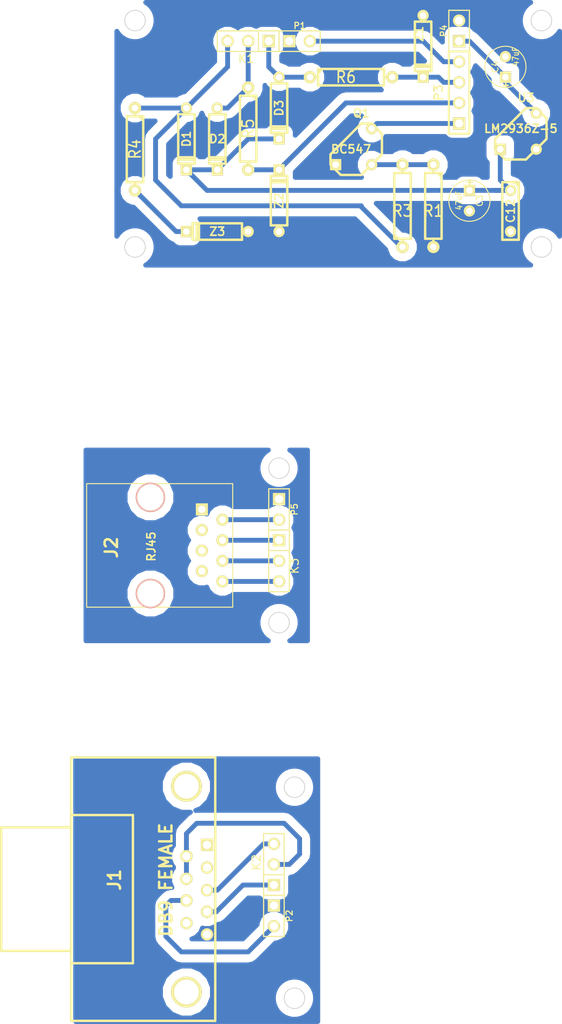
<source format=kicad_pcb>
(kicad_pcb (version 3) (host pcbnew "(2013-jul-07)-stable")

  (general
    (links 52)
    (no_connects 8)
    (area 23.177599 19.685 94.2466 146.621401)
    (thickness 1.6)
    (drawings 8)
    (tracks 74)
    (zones 0)
    (modules 26)
    (nets 15)
  )

  (page A4 portrait)
  (layers
    (15 F.Cu signal)
    (0 B.Cu signal)
    (17 F.Adhes user)
    (19 F.Paste user)
    (21 F.SilkS user)
    (23 F.Mask user)
    (28 Edge.Cuts user)
  )

  (setup
    (last_trace_width 0.6)
    (trace_clearance 0.8)
    (zone_clearance 1)
    (zone_45_only no)
    (trace_min 0.5)
    (segment_width 0.2)
    (edge_width 0.1)
    (via_size 0.8)
    (via_drill 0.7)
    (via_min_size 0.8)
    (via_min_drill 0.508)
    (uvia_size 0.8)
    (uvia_drill 0.7)
    (uvias_allowed no)
    (uvia_min_size 0.508)
    (uvia_min_drill 0.127)
    (pcb_text_width 0.3)
    (pcb_text_size 1.5 1.5)
    (mod_edge_width 0.15)
    (mod_text_size 1 1)
    (mod_text_width 0.15)
    (pad_size 1.5 1.5)
    (pad_drill 0.8)
    (pad_to_mask_clearance 0.2)
    (solder_mask_min_width 0.3)
    (aux_axis_origin 0 0)
    (visible_elements FFFFFBBF)
    (pcbplotparams
      (layerselection 11010049)
      (usegerberextensions false)
      (excludeedgelayer true)
      (linewidth 0.150000)
      (plotframeref false)
      (viasonmask false)
      (mode 1)
      (useauxorigin false)
      (hpglpennumber 1)
      (hpglpenspeed 20)
      (hpglpendiameter 15)
      (hpglpenoverlay 2)
      (psnegative false)
      (psa4output false)
      (plotreference true)
      (plotvalue true)
      (plotothertext true)
      (plotinvisibletext false)
      (padsonsilk true)
      (subtractmaskfromsilk false)
      (outputformat 5)
      (mirror false)
      (drillshape 0)
      (scaleselection 1)
      (outputdirectory output/))
  )

  (net 0 "")
  (net 1 /MISO)
  (net 2 /MOSI)
  (net 3 /RST)
  (net 4 /SCK)
  (net 5 /Z1)
  (net 6 /Z2)
  (net 7 /Z3)
  (net 8 GND)
  (net 9 N-000001)
  (net 10 N-0000012)
  (net 11 N-0000014)
  (net 12 N-000002)
  (net 13 N-000005)
  (net 14 VCC)

  (net_class Default "This is the default net class."
    (clearance 0.8)
    (trace_width 0.6)
    (via_dia 0.8)
    (via_drill 0.7)
    (uvia_dia 0.8)
    (uvia_drill 0.7)
    (add_net "")
    (add_net /MISO)
    (add_net /MOSI)
    (add_net /RST)
    (add_net /SCK)
    (add_net /Z1)
    (add_net /Z2)
    (add_net /Z3)
    (add_net GND)
    (add_net N-000001)
    (add_net N-0000012)
    (add_net N-0000014)
    (add_net N-000002)
    (add_net N-000005)
    (add_net VCC)
  )

  (module R4   placed (layer F.Cu) (tedit 53B032FE) (tstamp 52AA695B)
    (at 54.61 35.56 270)
    (descr "Resitance 4 pas")
    (tags R)
    (path /523C4D8E)
    (autoplace_cost180 10)
    (fp_text reference R5 (at 0 0 270) (layer F.SilkS)
      (effects (font (size 1.397 1.27) (thickness 0.2032)))
    )
    (fp_text value 4.7K (at 0 0 270) (layer F.SilkS) hide
      (effects (font (size 1.397 1.27) (thickness 0.2032)))
    )
    (fp_line (start -5.08 0) (end -4.064 0) (layer F.SilkS) (width 0.3048))
    (fp_line (start -4.064 0) (end -4.064 -1.016) (layer F.SilkS) (width 0.3048))
    (fp_line (start -4.064 -1.016) (end 4.064 -1.016) (layer F.SilkS) (width 0.3048))
    (fp_line (start 4.064 -1.016) (end 4.064 1.016) (layer F.SilkS) (width 0.3048))
    (fp_line (start 4.064 1.016) (end -4.064 1.016) (layer F.SilkS) (width 0.3048))
    (fp_line (start -4.064 1.016) (end -4.064 0) (layer F.SilkS) (width 0.3048))
    (fp_line (start -4.064 -0.508) (end -3.556 -1.016) (layer F.SilkS) (width 0.3048))
    (fp_line (start 5.08 0) (end 4.064 0) (layer F.SilkS) (width 0.3048))
    (pad 1 thru_hole circle (at -5.08 0 270) (size 1.524 1.524) (drill 0.8128)
      (layers *.Cu *.Mask F.SilkS)
      (net 6 /Z2)
    )
    (pad 2 thru_hole circle (at 5.08 0 270) (size 1.524 1.524) (drill 0.8128)
      (layers *.Cu *.Mask F.SilkS)
      (net 4 /SCK)
    )
    (model discret/resistor.wrl
      (at (xyz 0 0 0))
      (scale (xyz 0.4 0.4 0.4))
      (rotate (xyz 0 0 0))
    )
  )

  (module R4   placed (layer F.Cu) (tedit 53B03305) (tstamp 52AA696A)
    (at 67.31 29.21)
    (descr "Resitance 4 pas")
    (tags R)
    (path /523C4D94)
    (autoplace_cost180 10)
    (fp_text reference R6 (at -0.635 0) (layer F.SilkS)
      (effects (font (size 1.397 1.27) (thickness 0.2032)))
    )
    (fp_text value 4.7K (at 0 0) (layer F.SilkS) hide
      (effects (font (size 1.397 1.27) (thickness 0.2032)))
    )
    (fp_line (start -5.08 0) (end -4.064 0) (layer F.SilkS) (width 0.3048))
    (fp_line (start -4.064 0) (end -4.064 -1.016) (layer F.SilkS) (width 0.3048))
    (fp_line (start -4.064 -1.016) (end 4.064 -1.016) (layer F.SilkS) (width 0.3048))
    (fp_line (start 4.064 -1.016) (end 4.064 1.016) (layer F.SilkS) (width 0.3048))
    (fp_line (start 4.064 1.016) (end -4.064 1.016) (layer F.SilkS) (width 0.3048))
    (fp_line (start -4.064 1.016) (end -4.064 0) (layer F.SilkS) (width 0.3048))
    (fp_line (start -4.064 -0.508) (end -3.556 -1.016) (layer F.SilkS) (width 0.3048))
    (fp_line (start 5.08 0) (end 4.064 0) (layer F.SilkS) (width 0.3048))
    (pad 1 thru_hole circle (at -5.08 0) (size 1.524 1.524) (drill 0.8128)
      (layers *.Cu *.Mask F.SilkS)
      (net 5 /Z1)
    )
    (pad 2 thru_hole circle (at 5.08 0) (size 1.524 1.524) (drill 0.8128)
      (layers *.Cu *.Mask F.SilkS)
      (net 2 /MOSI)
    )
    (model discret/resistor.wrl
      (at (xyz 0 0 0))
      (scale (xyz 0.4 0.4 0.4))
      (rotate (xyz 0 0 0))
    )
  )

  (module R4   placed (layer F.Cu) (tedit 53B03317) (tstamp 523C59A8)
    (at 73.66 45.085 90)
    (descr "Resitance 4 pas")
    (tags R)
    (path /523C4D9A)
    (autoplace_cost180 10)
    (fp_text reference R3 (at -0.635 0 180) (layer F.SilkS)
      (effects (font (size 1.397 1.27) (thickness 0.2032)))
    )
    (fp_text value 10K (at 0 0 90) (layer F.SilkS) hide
      (effects (font (size 1.397 1.27) (thickness 0.2032)))
    )
    (fp_line (start -5.08 0) (end -4.064 0) (layer F.SilkS) (width 0.3048))
    (fp_line (start -4.064 0) (end -4.064 -1.016) (layer F.SilkS) (width 0.3048))
    (fp_line (start -4.064 -1.016) (end 4.064 -1.016) (layer F.SilkS) (width 0.3048))
    (fp_line (start 4.064 -1.016) (end 4.064 1.016) (layer F.SilkS) (width 0.3048))
    (fp_line (start 4.064 1.016) (end -4.064 1.016) (layer F.SilkS) (width 0.3048))
    (fp_line (start -4.064 1.016) (end -4.064 0) (layer F.SilkS) (width 0.3048))
    (fp_line (start -4.064 -0.508) (end -3.556 -1.016) (layer F.SilkS) (width 0.3048))
    (fp_line (start 5.08 0) (end 4.064 0) (layer F.SilkS) (width 0.3048))
    (pad 1 thru_hole circle (at -5.08 0 90) (size 1.524 1.524) (drill 0.8128)
      (layers *.Cu *.Mask F.SilkS)
      (net 7 /Z3)
    )
    (pad 2 thru_hole circle (at 5.08 0 90) (size 1.524 1.524) (drill 0.8128)
      (layers *.Cu *.Mask F.SilkS)
      (net 9 N-000001)
    )
    (model discret/resistor.wrl
      (at (xyz 0 0 0))
      (scale (xyz 0.4 0.4 0.4))
      (rotate (xyz 0 0 0))
    )
  )

  (module R4   placed (layer F.Cu) (tedit 53B0454D) (tstamp 523C5999)
    (at 77.47 45.085 270)
    (descr "Resitance 4 pas")
    (tags R)
    (path /523C4DA0)
    (autoplace_cost180 10)
    (fp_text reference R1 (at 0.635 0 360) (layer F.SilkS)
      (effects (font (size 1.397 1.27) (thickness 0.2032)))
    )
    (fp_text value 15K (at 0 0 270) (layer F.SilkS) hide
      (effects (font (size 1.397 1.27) (thickness 0.2032)))
    )
    (fp_line (start -5.08 0) (end -4.064 0) (layer F.SilkS) (width 0.3048))
    (fp_line (start -4.064 0) (end -4.064 -1.016) (layer F.SilkS) (width 0.3048))
    (fp_line (start -4.064 -1.016) (end 4.064 -1.016) (layer F.SilkS) (width 0.3048))
    (fp_line (start 4.064 -1.016) (end 4.064 1.016) (layer F.SilkS) (width 0.3048))
    (fp_line (start 4.064 1.016) (end -4.064 1.016) (layer F.SilkS) (width 0.3048))
    (fp_line (start -4.064 1.016) (end -4.064 0) (layer F.SilkS) (width 0.3048))
    (fp_line (start -4.064 -0.508) (end -3.556 -1.016) (layer F.SilkS) (width 0.3048))
    (fp_line (start 5.08 0) (end 4.064 0) (layer F.SilkS) (width 0.3048))
    (pad 1 thru_hole circle (at -5.08 0 270) (size 1.524 1.524) (drill 0.8128)
      (layers *.Cu *.Mask F.SilkS)
      (net 9 N-000001)
    )
    (pad 2 thru_hole circle (at 5.08 0 270) (size 1.524 1.524) (drill 0.8128)
      (layers *.Cu *.Mask F.SilkS)
      (net 8 GND)
    )
    (model discret/resistor.wrl
      (at (xyz 0 0 0))
      (scale (xyz 0.4 0.4 0.4))
      (rotate (xyz 0 0 0))
    )
  )

  (module R4   placed (layer F.Cu) (tedit 53B0330E) (tstamp 523C598A)
    (at 40.64 38.1 270)
    (descr "Resitance 4 pas")
    (tags R)
    (path /523C4D70)
    (autoplace_cost180 10)
    (fp_text reference R4 (at 0 0 270) (layer F.SilkS)
      (effects (font (size 1.397 1.27) (thickness 0.2032)))
    )
    (fp_text value 4.7K (at 0 0 270) (layer F.SilkS) hide
      (effects (font (size 1.397 1.27) (thickness 0.2032)))
    )
    (fp_line (start -5.08 0) (end -4.064 0) (layer F.SilkS) (width 0.3048))
    (fp_line (start -4.064 0) (end -4.064 -1.016) (layer F.SilkS) (width 0.3048))
    (fp_line (start -4.064 -1.016) (end 4.064 -1.016) (layer F.SilkS) (width 0.3048))
    (fp_line (start 4.064 -1.016) (end 4.064 1.016) (layer F.SilkS) (width 0.3048))
    (fp_line (start 4.064 1.016) (end -4.064 1.016) (layer F.SilkS) (width 0.3048))
    (fp_line (start -4.064 1.016) (end -4.064 0) (layer F.SilkS) (width 0.3048))
    (fp_line (start -4.064 -0.508) (end -3.556 -1.016) (layer F.SilkS) (width 0.3048))
    (fp_line (start 5.08 0) (end 4.064 0) (layer F.SilkS) (width 0.3048))
    (pad 1 thru_hole circle (at -5.08 0 270) (size 1.524 1.524) (drill 0.8128)
      (layers *.Cu *.Mask F.SilkS)
      (net 7 /Z3)
    )
    (pad 2 thru_hole circle (at 5.08 0 270) (size 1.524 1.524) (drill 0.8128)
      (layers *.Cu *.Mask F.SilkS)
      (net 11 N-0000014)
    )
    (model discret/resistor.wrl
      (at (xyz 0 0 0))
      (scale (xyz 0.4 0.4 0.4))
      (rotate (xyz 0 0 0))
    )
  )

  (module D3   placed (layer F.Cu) (tedit 53B032F7) (tstamp 523C596E)
    (at 50.8 36.83 270)
    (descr "Diode 3 pas")
    (tags "DIODE DEV")
    (path /523C4DD5)
    (fp_text reference D2 (at 0 0 360) (layer F.SilkS)
      (effects (font (size 1.016 1.016) (thickness 0.2032)))
    )
    (fp_text value DIODE (at 0 0 270) (layer F.SilkS) hide
      (effects (font (size 1.016 1.016) (thickness 0.2032)))
    )
    (fp_line (start 3.81 0) (end 3.048 0) (layer F.SilkS) (width 0.3048))
    (fp_line (start 3.048 0) (end 3.048 -1.016) (layer F.SilkS) (width 0.3048))
    (fp_line (start 3.048 -1.016) (end -3.048 -1.016) (layer F.SilkS) (width 0.3048))
    (fp_line (start -3.048 -1.016) (end -3.048 0) (layer F.SilkS) (width 0.3048))
    (fp_line (start -3.048 0) (end -3.81 0) (layer F.SilkS) (width 0.3048))
    (fp_line (start -3.048 0) (end -3.048 1.016) (layer F.SilkS) (width 0.3048))
    (fp_line (start -3.048 1.016) (end 3.048 1.016) (layer F.SilkS) (width 0.3048))
    (fp_line (start 3.048 1.016) (end 3.048 0) (layer F.SilkS) (width 0.3048))
    (fp_line (start 2.54 -1.016) (end 2.54 1.016) (layer F.SilkS) (width 0.3048))
    (fp_line (start 2.286 1.016) (end 2.286 -1.016) (layer F.SilkS) (width 0.3048))
    (pad 2 thru_hole rect (at 3.81 0 270) (size 1.397 1.397) (drill 0.8128)
      (layers *.Cu *.Mask F.SilkS)
      (net 12 N-000002)
    )
    (pad 1 thru_hole circle (at -3.81 0 270) (size 1.397 1.397) (drill 0.8128)
      (layers *.Cu *.Mask F.SilkS)
      (net 6 /Z2)
    )
    (model discret/diode.wrl
      (at (xyz 0 0 0))
      (scale (xyz 0.3 0.3 0.3))
      (rotate (xyz 0 0 0))
    )
  )

  (module D3   placed (layer F.Cu) (tedit 53B03300) (tstamp 523C595D)
    (at 58.42 33.02 270)
    (descr "Diode 3 pas")
    (tags "DIODE DEV")
    (path /523C4DDB)
    (fp_text reference D3 (at 0 0 270) (layer F.SilkS)
      (effects (font (size 1.016 1.016) (thickness 0.2032)))
    )
    (fp_text value DIODE (at 0 0 270) (layer F.SilkS) hide
      (effects (font (size 1.016 1.016) (thickness 0.2032)))
    )
    (fp_line (start 3.81 0) (end 3.048 0) (layer F.SilkS) (width 0.3048))
    (fp_line (start 3.048 0) (end 3.048 -1.016) (layer F.SilkS) (width 0.3048))
    (fp_line (start 3.048 -1.016) (end -3.048 -1.016) (layer F.SilkS) (width 0.3048))
    (fp_line (start -3.048 -1.016) (end -3.048 0) (layer F.SilkS) (width 0.3048))
    (fp_line (start -3.048 0) (end -3.81 0) (layer F.SilkS) (width 0.3048))
    (fp_line (start -3.048 0) (end -3.048 1.016) (layer F.SilkS) (width 0.3048))
    (fp_line (start -3.048 1.016) (end 3.048 1.016) (layer F.SilkS) (width 0.3048))
    (fp_line (start 3.048 1.016) (end 3.048 0) (layer F.SilkS) (width 0.3048))
    (fp_line (start 2.54 -1.016) (end 2.54 1.016) (layer F.SilkS) (width 0.3048))
    (fp_line (start 2.286 1.016) (end 2.286 -1.016) (layer F.SilkS) (width 0.3048))
    (pad 2 thru_hole rect (at 3.81 0 270) (size 1.397 1.397) (drill 0.8128)
      (layers *.Cu *.Mask F.SilkS)
      (net 12 N-000002)
    )
    (pad 1 thru_hole circle (at -3.81 0 270) (size 1.397 1.397) (drill 0.8128)
      (layers *.Cu *.Mask F.SilkS)
      (net 5 /Z1)
    )
    (model discret/diode.wrl
      (at (xyz 0 0 0))
      (scale (xyz 0.3 0.3 0.3))
      (rotate (xyz 0 0 0))
    )
  )

  (module D3   placed (layer F.Cu) (tedit 53B032F5) (tstamp 523C594C)
    (at 46.99 36.83 270)
    (descr "Diode 3 pas")
    (tags "DIODE DEV")
    (path /523C4DC8)
    (fp_text reference D1 (at 0 0 270) (layer F.SilkS)
      (effects (font (size 1.016 1.016) (thickness 0.2032)))
    )
    (fp_text value DIODE (at 0 0 270) (layer F.SilkS) hide
      (effects (font (size 1.016 1.016) (thickness 0.2032)))
    )
    (fp_line (start 3.81 0) (end 3.048 0) (layer F.SilkS) (width 0.3048))
    (fp_line (start 3.048 0) (end 3.048 -1.016) (layer F.SilkS) (width 0.3048))
    (fp_line (start 3.048 -1.016) (end -3.048 -1.016) (layer F.SilkS) (width 0.3048))
    (fp_line (start -3.048 -1.016) (end -3.048 0) (layer F.SilkS) (width 0.3048))
    (fp_line (start -3.048 0) (end -3.81 0) (layer F.SilkS) (width 0.3048))
    (fp_line (start -3.048 0) (end -3.048 1.016) (layer F.SilkS) (width 0.3048))
    (fp_line (start -3.048 1.016) (end 3.048 1.016) (layer F.SilkS) (width 0.3048))
    (fp_line (start 3.048 1.016) (end 3.048 0) (layer F.SilkS) (width 0.3048))
    (fp_line (start 2.54 -1.016) (end 2.54 1.016) (layer F.SilkS) (width 0.3048))
    (fp_line (start 2.286 1.016) (end 2.286 -1.016) (layer F.SilkS) (width 0.3048))
    (pad 2 thru_hole rect (at 3.81 0 270) (size 1.397 1.397) (drill 0.8128)
      (layers *.Cu *.Mask F.SilkS)
      (net 12 N-000002)
    )
    (pad 1 thru_hole circle (at -3.81 0 270) (size 1.397 1.397) (drill 0.8128)
      (layers *.Cu *.Mask F.SilkS)
      (net 7 /Z3)
    )
    (model discret/diode.wrl
      (at (xyz 0 0 0))
      (scale (xyz 0.3 0.3 0.3))
      (rotate (xyz 0 0 0))
    )
  )

  (module D3   placed (layer F.Cu) (tedit 53B0330B) (tstamp 523C593B)
    (at 50.8 48.26 180)
    (descr "Diode 3 pas")
    (tags "DIODE DEV")
    (path /523C4DC0)
    (fp_text reference Z3 (at 0 0 180) (layer F.SilkS)
      (effects (font (size 1.016 1.016) (thickness 0.2032)))
    )
    (fp_text value 5.1V (at 0 0 180) (layer F.SilkS) hide
      (effects (font (size 1.016 1.016) (thickness 0.2032)))
    )
    (fp_line (start 3.81 0) (end 3.048 0) (layer F.SilkS) (width 0.3048))
    (fp_line (start 3.048 0) (end 3.048 -1.016) (layer F.SilkS) (width 0.3048))
    (fp_line (start 3.048 -1.016) (end -3.048 -1.016) (layer F.SilkS) (width 0.3048))
    (fp_line (start -3.048 -1.016) (end -3.048 0) (layer F.SilkS) (width 0.3048))
    (fp_line (start -3.048 0) (end -3.81 0) (layer F.SilkS) (width 0.3048))
    (fp_line (start -3.048 0) (end -3.048 1.016) (layer F.SilkS) (width 0.3048))
    (fp_line (start -3.048 1.016) (end 3.048 1.016) (layer F.SilkS) (width 0.3048))
    (fp_line (start 3.048 1.016) (end 3.048 0) (layer F.SilkS) (width 0.3048))
    (fp_line (start 2.54 -1.016) (end 2.54 1.016) (layer F.SilkS) (width 0.3048))
    (fp_line (start 2.286 1.016) (end 2.286 -1.016) (layer F.SilkS) (width 0.3048))
    (pad 2 thru_hole rect (at 3.81 0 180) (size 1.397 1.397) (drill 0.8128)
      (layers *.Cu *.Mask F.SilkS)
      (net 11 N-0000014)
    )
    (pad 1 thru_hole circle (at -3.81 0 180) (size 1.397 1.397) (drill 0.8128)
      (layers *.Cu *.Mask F.SilkS)
      (net 8 GND)
    )
    (model discret/diode.wrl
      (at (xyz 0 0 0))
      (scale (xyz 0.3 0.3 0.3))
      (rotate (xyz 0 0 0))
    )
  )

  (module D3   placed (layer F.Cu) (tedit 53B03307) (tstamp 52AA698C)
    (at 58.42 44.45 90)
    (descr "Diode 3 pas")
    (tags "DIODE DEV")
    (path /523C4DBA)
    (fp_text reference Z2 (at 0 0 90) (layer F.SilkS)
      (effects (font (size 1.016 1.016) (thickness 0.2032)))
    )
    (fp_text value 5.1V (at 0 0 90) (layer F.SilkS) hide
      (effects (font (size 1.016 1.016) (thickness 0.2032)))
    )
    (fp_line (start 3.81 0) (end 3.048 0) (layer F.SilkS) (width 0.3048))
    (fp_line (start 3.048 0) (end 3.048 -1.016) (layer F.SilkS) (width 0.3048))
    (fp_line (start 3.048 -1.016) (end -3.048 -1.016) (layer F.SilkS) (width 0.3048))
    (fp_line (start -3.048 -1.016) (end -3.048 0) (layer F.SilkS) (width 0.3048))
    (fp_line (start -3.048 0) (end -3.81 0) (layer F.SilkS) (width 0.3048))
    (fp_line (start -3.048 0) (end -3.048 1.016) (layer F.SilkS) (width 0.3048))
    (fp_line (start -3.048 1.016) (end 3.048 1.016) (layer F.SilkS) (width 0.3048))
    (fp_line (start 3.048 1.016) (end 3.048 0) (layer F.SilkS) (width 0.3048))
    (fp_line (start 2.54 -1.016) (end 2.54 1.016) (layer F.SilkS) (width 0.3048))
    (fp_line (start 2.286 1.016) (end 2.286 -1.016) (layer F.SilkS) (width 0.3048))
    (pad 2 thru_hole rect (at 3.81 0 90) (size 1.397 1.397) (drill 0.8128)
      (layers *.Cu *.Mask F.SilkS)
      (net 4 /SCK)
    )
    (pad 1 thru_hole circle (at -3.81 0 90) (size 1.397 1.397) (drill 0.8128)
      (layers *.Cu *.Mask F.SilkS)
      (net 8 GND)
    )
    (model discret/diode.wrl
      (at (xyz 0 0 0))
      (scale (xyz 0.3 0.3 0.3))
      (rotate (xyz 0 0 0))
    )
  )

  (module D3   placed (layer F.Cu) (tedit 53B01F2B) (tstamp 52AA699D)
    (at 76.2 25.4 270)
    (descr "Diode 3 pas")
    (tags "DIODE DEV")
    (path /523C4DAD)
    (fp_text reference Z1 (at -1.524 0.508 270) (layer F.SilkS)
      (effects (font (size 1.016 1.016) (thickness 0.2032)))
    )
    (fp_text value 5.1V (at 0 0 270) (layer F.SilkS) hide
      (effects (font (size 1.016 1.016) (thickness 0.2032)))
    )
    (fp_line (start 3.81 0) (end 3.048 0) (layer F.SilkS) (width 0.3048))
    (fp_line (start 3.048 0) (end 3.048 -1.016) (layer F.SilkS) (width 0.3048))
    (fp_line (start 3.048 -1.016) (end -3.048 -1.016) (layer F.SilkS) (width 0.3048))
    (fp_line (start -3.048 -1.016) (end -3.048 0) (layer F.SilkS) (width 0.3048))
    (fp_line (start -3.048 0) (end -3.81 0) (layer F.SilkS) (width 0.3048))
    (fp_line (start -3.048 0) (end -3.048 1.016) (layer F.SilkS) (width 0.3048))
    (fp_line (start -3.048 1.016) (end 3.048 1.016) (layer F.SilkS) (width 0.3048))
    (fp_line (start 3.048 1.016) (end 3.048 0) (layer F.SilkS) (width 0.3048))
    (fp_line (start 2.54 -1.016) (end 2.54 1.016) (layer F.SilkS) (width 0.3048))
    (fp_line (start 2.286 1.016) (end 2.286 -1.016) (layer F.SilkS) (width 0.3048))
    (pad 2 thru_hole rect (at 3.81 0 270) (size 1.397 1.397) (drill 0.8128)
      (layers *.Cu *.Mask F.SilkS)
      (net 2 /MOSI)
    )
    (pad 1 thru_hole circle (at -3.81 0 270) (size 1.397 1.397) (drill 0.8128)
      (layers *.Cu *.Mask F.SilkS)
      (net 8 GND)
    )
    (model discret/diode.wrl
      (at (xyz 0 0 0))
      (scale (xyz 0.3 0.3 0.3))
      (rotate (xyz 0 0 0))
    )
  )

  (module C2   placed (layer F.Cu) (tedit 53B04551) (tstamp 523C58DE)
    (at 86.995 45.72 270)
    (descr "Condensateur = 2 pas")
    (tags C)
    (path /523C4E3E)
    (fp_text reference C12 (at 0 0 270) (layer F.SilkS)
      (effects (font (size 1.016 1.016) (thickness 0.2032)))
    )
    (fp_text value 100nF (at 0 0 270) (layer F.SilkS) hide
      (effects (font (size 1.016 1.016) (thickness 0.2032)))
    )
    (fp_line (start -3.556 -1.016) (end 3.556 -1.016) (layer F.SilkS) (width 0.3048))
    (fp_line (start 3.556 -1.016) (end 3.556 1.016) (layer F.SilkS) (width 0.3048))
    (fp_line (start 3.556 1.016) (end -3.556 1.016) (layer F.SilkS) (width 0.3048))
    (fp_line (start -3.556 1.016) (end -3.556 -1.016) (layer F.SilkS) (width 0.3048))
    (fp_line (start -3.556 -0.508) (end -3.048 -1.016) (layer F.SilkS) (width 0.3048))
    (pad 1 thru_hole circle (at -2.54 0 270) (size 1.397 1.397) (drill 0.8128)
      (layers *.Cu *.Mask F.SilkS)
      (net 12 N-000002)
    )
    (pad 2 thru_hole circle (at 2.54 0 270) (size 1.397 1.397) (drill 0.8128)
      (layers *.Cu *.Mask F.SilkS)
      (net 8 GND)
    )
    (model discret/capa_2pas_5x5mm.wrl
      (at (xyz 0 0 0))
      (scale (xyz 1 1 1))
      (rotate (xyz 0 0 0))
    )
  )

  (module TO92 (layer F.Cu) (tedit 53B03314) (tstamp 523C5908)
    (at 67.31 37.465 180)
    (descr "Transistor TO92 brochage type BC237")
    (tags "TR TO92")
    (path /523C4E04)
    (fp_text reference Q1 (at -1.27 3.81 180) (layer F.SilkS)
      (effects (font (size 1.016 1.016) (thickness 0.2032)))
    )
    (fp_text value BC547 (at 0 -0.635 180) (layer F.SilkS)
      (effects (font (size 1.016 1.016) (thickness 0.2032)))
    )
    (fp_line (start -1.27 2.54) (end 2.54 -1.27) (layer F.SilkS) (width 0.3048))
    (fp_line (start 2.54 -1.27) (end 2.54 -2.54) (layer F.SilkS) (width 0.3048))
    (fp_line (start 2.54 -2.54) (end 1.27 -3.81) (layer F.SilkS) (width 0.3048))
    (fp_line (start 1.27 -3.81) (end -1.27 -3.81) (layer F.SilkS) (width 0.3048))
    (fp_line (start -1.27 -3.81) (end -3.81 -1.27) (layer F.SilkS) (width 0.3048))
    (fp_line (start -3.81 -1.27) (end -3.81 1.27) (layer F.SilkS) (width 0.3048))
    (fp_line (start -3.81 1.27) (end -2.54 2.54) (layer F.SilkS) (width 0.3048))
    (fp_line (start -2.54 2.54) (end -1.27 2.54) (layer F.SilkS) (width 0.3048))
    (pad 1 thru_hole rect (at 1.905 -2.54 180) (size 1.397 1.397) (drill 0.8128)
      (layers *.Cu *.Mask F.SilkS)
      (net 8 GND)
    )
    (pad 2 thru_hole circle (at -2.54 -2.54 180) (size 1.397 1.397) (drill 0.8128)
      (layers *.Cu *.Mask F.SilkS)
      (net 9 N-000001)
    )
    (pad 3 thru_hole circle (at -2.54 1.905 180) (size 1.397 1.397) (drill 0.8128)
      (layers *.Cu *.Mask F.SilkS)
      (net 3 /RST)
    )
    (model discret/to98.wrl
      (at (xyz 0 0 0))
      (scale (xyz 1 1 1))
      (rotate (xyz 0 0 0))
    )
  )

  (module LM78XX-TO92 (layer F.Cu) (tedit 53B0302B) (tstamp 523C597B)
    (at 87.63 35.56 180)
    (descr 7805)
    (tags "TR TO92")
    (path /523C4E71)
    (fp_text reference U3 (at -1.27 3.81 180) (layer F.SilkS)
      (effects (font (size 1.016 1.016) (thickness 0.2032)))
    )
    (fp_text value LM2936Z-5 (at -0.635 0 180) (layer F.SilkS)
      (effects (font (size 1.016 1.016) (thickness 0.2032)))
    )
    (fp_line (start -1.27 2.54) (end 2.54 -1.27) (layer F.SilkS) (width 0.3048))
    (fp_line (start 2.54 -1.27) (end 2.54 -2.54) (layer F.SilkS) (width 0.3048))
    (fp_line (start 2.54 -2.54) (end 1.27 -3.81) (layer F.SilkS) (width 0.3048))
    (fp_line (start 1.27 -3.81) (end -1.27 -3.81) (layer F.SilkS) (width 0.3048))
    (fp_line (start -1.27 -3.81) (end -3.81 -1.27) (layer F.SilkS) (width 0.3048))
    (fp_line (start -3.81 -1.27) (end -3.81 1.27) (layer F.SilkS) (width 0.3048))
    (fp_line (start -3.81 1.27) (end -2.54 2.54) (layer F.SilkS) (width 0.3048))
    (fp_line (start -2.54 2.54) (end -1.27 2.54) (layer F.SilkS) (width 0.3048))
    (pad VI thru_hole rect (at 1.905 -2.54 180) (size 1.397 1.397) (drill 0.8128)
      (layers *.Cu *.Mask F.SilkS)
      (net 12 N-000002)
    )
    (pad GND thru_hole circle (at -2.54 -2.54 180) (size 1.397 1.397) (drill 0.8128)
      (layers *.Cu *.Mask F.SilkS)
      (net 8 GND)
    )
    (pad VO thru_hole circle (at -2.54 1.905 180) (size 1.397 1.397) (drill 0.8128)
      (layers *.Cu *.Mask F.SilkS)
      (net 14 VCC)
    )
    (model discret/to98.wrl
      (at (xyz 0 0 0))
      (scale (xyz 1 1 1))
      (rotate (xyz 0 0 0))
    )
  )

  (module RJ45_8 (layer F.Cu) (tedit 4745DA96) (tstamp 53B041BD)
    (at 42.545 86.995 270)
    (tags RJ45)
    (path /53B051D3)
    (fp_text reference J2 (at 0.254 4.826 270) (layer F.SilkS)
      (effects (font (size 1.524 1.524) (thickness 0.3048)))
    )
    (fp_text value RJ45 (at 0.14224 -0.1016 270) (layer F.SilkS)
      (effects (font (size 1.00076 1.00076) (thickness 0.2032)))
    )
    (fp_line (start -7.62 7.874) (end 7.62 7.874) (layer F.SilkS) (width 0.127))
    (fp_line (start 7.62 7.874) (end 7.62 -10.16) (layer F.SilkS) (width 0.127))
    (fp_line (start 7.62 -10.16) (end -7.62 -10.16) (layer F.SilkS) (width 0.127))
    (fp_line (start -7.62 -10.16) (end -7.62 7.874) (layer F.SilkS) (width 0.127))
    (pad Hole np_thru_hole circle (at 5.93852 0 270) (size 3.64998 3.64998) (drill 3.2512)
      (layers *.Cu *.SilkS *.Mask)
    )
    (pad Hole np_thru_hole circle (at -5.9309 0 270) (size 3.64998 3.64998) (drill 3.2512)
      (layers *.Cu *.SilkS *.Mask)
    )
    (pad 1 thru_hole rect (at -4.445 -6.35 270) (size 1.50114 1.50114) (drill 0.89916)
      (layers *.Cu *.Mask F.SilkS)
      (net 8 GND)
    )
    (pad 2 thru_hole circle (at -3.175 -8.89 270) (size 1.50114 1.50114) (drill 0.89916)
      (layers *.Cu *.Mask F.SilkS)
      (net 13 N-000005)
    )
    (pad 3 thru_hole circle (at -1.905 -6.35 270) (size 1.50114 1.50114) (drill 0.89916)
      (layers *.Cu *.Mask F.SilkS)
    )
    (pad 4 thru_hole circle (at -0.635 -8.89 270) (size 1.50114 1.50114) (drill 0.89916)
      (layers *.Cu *.Mask F.SilkS)
      (net 5 /Z1)
    )
    (pad 5 thru_hole circle (at 0.635 -6.35 270) (size 1.50114 1.50114) (drill 0.89916)
      (layers *.Cu *.Mask F.SilkS)
    )
    (pad 6 thru_hole circle (at 1.905 -8.89 270) (size 1.50114 1.50114) (drill 0.89916)
      (layers *.Cu *.Mask F.SilkS)
      (net 6 /Z2)
    )
    (pad 7 thru_hole circle (at 3.175 -6.35 270) (size 1.50114 1.50114) (drill 0.89916)
      (layers *.Cu *.Mask F.SilkS)
    )
    (pad 8 thru_hole circle (at 4.445 -8.89 270) (size 1.50114 1.50114) (drill 0.89916)
      (layers *.Cu *.Mask F.SilkS)
      (net 7 /Z3)
    )
    (model connectors/RJ45_8.wrl
      (at (xyz 0 0 0))
      (scale (xyz 0.4 0.4 0.4))
      (rotate (xyz 0 0 0))
    )
  )

  (module PIN_ARRAY_4x1 (layer F.Cu) (tedit 4C10F42E) (tstamp 53B041C9)
    (at 80.645 31.115 90)
    (descr "Double rangee de contacts 2 x 5 pins")
    (tags CONN)
    (path /53B04196)
    (fp_text reference P3 (at 0 -2.54 90) (layer F.SilkS)
      (effects (font (size 1.016 1.016) (thickness 0.2032)))
    )
    (fp_text value CONN_4 (at 0 2.54 90) (layer F.SilkS) hide
      (effects (font (size 1.016 1.016) (thickness 0.2032)))
    )
    (fp_line (start 5.08 1.27) (end -5.08 1.27) (layer F.SilkS) (width 0.254))
    (fp_line (start 5.08 -1.27) (end -5.08 -1.27) (layer F.SilkS) (width 0.254))
    (fp_line (start -5.08 -1.27) (end -5.08 1.27) (layer F.SilkS) (width 0.254))
    (fp_line (start 5.08 1.27) (end 5.08 -1.27) (layer F.SilkS) (width 0.254))
    (pad 1 thru_hole rect (at -3.81 0 90) (size 1.524 1.524) (drill 1.016)
      (layers *.Cu *.Mask F.SilkS)
      (net 3 /RST)
    )
    (pad 2 thru_hole circle (at -1.27 0 90) (size 1.524 1.524) (drill 1.016)
      (layers *.Cu *.Mask F.SilkS)
      (net 4 /SCK)
    )
    (pad 3 thru_hole circle (at 1.27 0 90) (size 1.524 1.524) (drill 1.016)
      (layers *.Cu *.Mask F.SilkS)
      (net 2 /MOSI)
    )
    (pad 4 thru_hole circle (at 3.81 0 90) (size 1.524 1.524) (drill 1.016)
      (layers *.Cu *.Mask F.SilkS)
      (net 1 /MISO)
    )
    (model pin_array\pins_array_4x1.wrl
      (at (xyz 0 0 0))
      (scale (xyz 1 1 1))
      (rotate (xyz 0 0 0))
    )
  )

  (module PIN_ARRAY_3X1 (layer F.Cu) (tedit 4C1130E0) (tstamp 53B041D5)
    (at 54.61 24.765 180)
    (descr "Connecteur 3 pins")
    (tags "CONN DEV")
    (path /53B04461)
    (fp_text reference K1 (at 0.254 -2.159 180) (layer F.SilkS)
      (effects (font (size 1.016 1.016) (thickness 0.1524)))
    )
    (fp_text value CONN_3 (at 0 -2.159 180) (layer F.SilkS) hide
      (effects (font (size 1.016 1.016) (thickness 0.1524)))
    )
    (fp_line (start -3.81 1.27) (end -3.81 -1.27) (layer F.SilkS) (width 0.1524))
    (fp_line (start -3.81 -1.27) (end 3.81 -1.27) (layer F.SilkS) (width 0.1524))
    (fp_line (start 3.81 -1.27) (end 3.81 1.27) (layer F.SilkS) (width 0.1524))
    (fp_line (start 3.81 1.27) (end -3.81 1.27) (layer F.SilkS) (width 0.1524))
    (fp_line (start -1.27 -1.27) (end -1.27 1.27) (layer F.SilkS) (width 0.1524))
    (pad 1 thru_hole rect (at -2.54 0 180) (size 1.524 1.524) (drill 1.016)
      (layers *.Cu *.Mask F.SilkS)
      (net 5 /Z1)
    )
    (pad 2 thru_hole circle (at 0 0 180) (size 1.524 1.524) (drill 1.016)
      (layers *.Cu *.Mask F.SilkS)
      (net 6 /Z2)
    )
    (pad 3 thru_hole circle (at 2.54 0 180) (size 1.524 1.524) (drill 1.016)
      (layers *.Cu *.Mask F.SilkS)
      (net 7 /Z3)
    )
    (model pin_array/pins_array_3x1.wrl
      (at (xyz 0 0 0))
      (scale (xyz 1 1 1))
      (rotate (xyz 0 0 0))
    )
  )

  (module PIN_ARRAY_3X1 (layer F.Cu) (tedit 4C1130E0) (tstamp 53B041E1)
    (at 57.785 126.365 90)
    (descr "Connecteur 3 pins")
    (tags "CONN DEV")
    (path /53B04B26)
    (fp_text reference K2 (at 0.254 -2.159 90) (layer F.SilkS)
      (effects (font (size 1.016 1.016) (thickness 0.1524)))
    )
    (fp_text value CONN_3 (at 0 -2.159 90) (layer F.SilkS) hide
      (effects (font (size 1.016 1.016) (thickness 0.1524)))
    )
    (fp_line (start -3.81 1.27) (end -3.81 -1.27) (layer F.SilkS) (width 0.1524))
    (fp_line (start -3.81 -1.27) (end 3.81 -1.27) (layer F.SilkS) (width 0.1524))
    (fp_line (start 3.81 -1.27) (end 3.81 1.27) (layer F.SilkS) (width 0.1524))
    (fp_line (start 3.81 1.27) (end -3.81 1.27) (layer F.SilkS) (width 0.1524))
    (fp_line (start -1.27 -1.27) (end -1.27 1.27) (layer F.SilkS) (width 0.1524))
    (pad 1 thru_hole rect (at -2.54 0 90) (size 1.524 1.524) (drill 1.016)
      (layers *.Cu *.Mask F.SilkS)
      (net 5 /Z1)
    )
    (pad 2 thru_hole circle (at 0 0 90) (size 1.524 1.524) (drill 1.016)
      (layers *.Cu *.Mask F.SilkS)
      (net 6 /Z2)
    )
    (pad 3 thru_hole circle (at 2.54 0 90) (size 1.524 1.524) (drill 1.016)
      (layers *.Cu *.Mask F.SilkS)
      (net 7 /Z3)
    )
    (model pin_array/pins_array_3x1.wrl
      (at (xyz 0 0 0))
      (scale (xyz 1 1 1))
      (rotate (xyz 0 0 0))
    )
  )

  (module PIN_ARRAY_3X1 (layer F.Cu) (tedit 53B04358) (tstamp 53B041ED)
    (at 58.42 88.9 270)
    (descr "Connecteur 3 pins")
    (tags "CONN DEV")
    (path /53B052D2)
    (fp_text reference K3 (at 0.635 -1.905 270) (layer F.SilkS)
      (effects (font (size 1.016 1.016) (thickness 0.1524)))
    )
    (fp_text value CONN_3 (at 0 -2.159 270) (layer F.SilkS) hide
      (effects (font (size 1.016 1.016) (thickness 0.1524)))
    )
    (fp_line (start -3.81 1.27) (end -3.81 -1.27) (layer F.SilkS) (width 0.1524))
    (fp_line (start -3.81 -1.27) (end 3.81 -1.27) (layer F.SilkS) (width 0.1524))
    (fp_line (start 3.81 -1.27) (end 3.81 1.27) (layer F.SilkS) (width 0.1524))
    (fp_line (start 3.81 1.27) (end -3.81 1.27) (layer F.SilkS) (width 0.1524))
    (fp_line (start -1.27 -1.27) (end -1.27 1.27) (layer F.SilkS) (width 0.1524))
    (pad 1 thru_hole rect (at -2.54 0 270) (size 1.524 1.524) (drill 1.016)
      (layers *.Cu *.Mask F.SilkS)
      (net 5 /Z1)
    )
    (pad 2 thru_hole circle (at 0 0 270) (size 1.524 1.524) (drill 1.016)
      (layers *.Cu *.Mask F.SilkS)
      (net 6 /Z2)
    )
    (pad 3 thru_hole circle (at 2.54 0 270) (size 1.524 1.524) (drill 1.016)
      (layers *.Cu *.Mask F.SilkS)
      (net 7 /Z3)
    )
    (model pin_array/pins_array_3x1.wrl
      (at (xyz 0 0 0))
      (scale (xyz 1 1 1))
      (rotate (xyz 0 0 0))
    )
  )

  (module PIN_ARRAY_2X1 (layer F.Cu) (tedit 4565C520) (tstamp 53B041F7)
    (at 80.645 23.495 90)
    (descr "Connecteurs 2 pins")
    (tags "CONN DEV")
    (path /53B04122)
    (fp_text reference P4 (at 0 -1.905 90) (layer F.SilkS)
      (effects (font (size 0.762 0.762) (thickness 0.1524)))
    )
    (fp_text value CONN_2 (at 0 -1.905 90) (layer F.SilkS) hide
      (effects (font (size 0.762 0.762) (thickness 0.1524)))
    )
    (fp_line (start -2.54 1.27) (end -2.54 -1.27) (layer F.SilkS) (width 0.1524))
    (fp_line (start -2.54 -1.27) (end 2.54 -1.27) (layer F.SilkS) (width 0.1524))
    (fp_line (start 2.54 -1.27) (end 2.54 1.27) (layer F.SilkS) (width 0.1524))
    (fp_line (start 2.54 1.27) (end -2.54 1.27) (layer F.SilkS) (width 0.1524))
    (pad 1 thru_hole rect (at -1.27 0 90) (size 1.524 1.524) (drill 1.016)
      (layers *.Cu *.Mask F.SilkS)
      (net 14 VCC)
    )
    (pad 2 thru_hole circle (at 1.27 0 90) (size 1.524 1.524) (drill 1.016)
      (layers *.Cu *.Mask F.SilkS)
      (net 8 GND)
    )
    (model pin_array/pins_array_2x1.wrl
      (at (xyz 0 0 0))
      (scale (xyz 1 1 1))
      (rotate (xyz 0 0 0))
    )
  )

  (module PIN_ARRAY_2X1 (layer F.Cu) (tedit 4565C520) (tstamp 53B04201)
    (at 57.785 132.715 270)
    (descr "Connecteurs 2 pins")
    (tags "CONN DEV")
    (path /53B04B3B)
    (fp_text reference P2 (at 0 -1.905 270) (layer F.SilkS)
      (effects (font (size 0.762 0.762) (thickness 0.1524)))
    )
    (fp_text value CONN_2 (at 0 -1.905 270) (layer F.SilkS) hide
      (effects (font (size 0.762 0.762) (thickness 0.1524)))
    )
    (fp_line (start -2.54 1.27) (end -2.54 -1.27) (layer F.SilkS) (width 0.1524))
    (fp_line (start -2.54 -1.27) (end 2.54 -1.27) (layer F.SilkS) (width 0.1524))
    (fp_line (start 2.54 -1.27) (end 2.54 1.27) (layer F.SilkS) (width 0.1524))
    (fp_line (start 2.54 1.27) (end -2.54 1.27) (layer F.SilkS) (width 0.1524))
    (pad 1 thru_hole rect (at -1.27 0 270) (size 1.524 1.524) (drill 1.016)
      (layers *.Cu *.Mask F.SilkS)
      (net 8 GND)
    )
    (pad 2 thru_hole circle (at 1.27 0 270) (size 1.524 1.524) (drill 1.016)
      (layers *.Cu *.Mask F.SilkS)
      (net 10 N-0000012)
    )
    (model pin_array/pins_array_2x1.wrl
      (at (xyz 0 0 0))
      (scale (xyz 1 1 1))
      (rotate (xyz 0 0 0))
    )
  )

  (module PIN_ARRAY_2X1 (layer F.Cu) (tedit 4565C520) (tstamp 53B0420B)
    (at 58.42 82.55 270)
    (descr "Connecteurs 2 pins")
    (tags "CONN DEV")
    (path /53B052D8)
    (fp_text reference P5 (at 0 -1.905 270) (layer F.SilkS)
      (effects (font (size 0.762 0.762) (thickness 0.1524)))
    )
    (fp_text value CONN_2 (at 0 -1.905 270) (layer F.SilkS) hide
      (effects (font (size 0.762 0.762) (thickness 0.1524)))
    )
    (fp_line (start -2.54 1.27) (end -2.54 -1.27) (layer F.SilkS) (width 0.1524))
    (fp_line (start -2.54 -1.27) (end 2.54 -1.27) (layer F.SilkS) (width 0.1524))
    (fp_line (start 2.54 -1.27) (end 2.54 1.27) (layer F.SilkS) (width 0.1524))
    (fp_line (start 2.54 1.27) (end -2.54 1.27) (layer F.SilkS) (width 0.1524))
    (pad 1 thru_hole rect (at -1.27 0 270) (size 1.524 1.524) (drill 1.016)
      (layers *.Cu *.Mask F.SilkS)
      (net 8 GND)
    )
    (pad 2 thru_hole circle (at 1.27 0 270) (size 1.524 1.524) (drill 1.016)
      (layers *.Cu *.Mask F.SilkS)
      (net 13 N-000005)
    )
    (model pin_array/pins_array_2x1.wrl
      (at (xyz 0 0 0))
      (scale (xyz 1 1 1))
      (rotate (xyz 0 0 0))
    )
  )

  (module PIN_ARRAY_2X1 (layer F.Cu) (tedit 4565C520) (tstamp 523C5985)
    (at 60.96 24.765)
    (descr "Connecteurs 2 pins")
    (tags "CONN DEV")
    (path /53B0446E)
    (fp_text reference P1 (at 0 -1.905) (layer F.SilkS)
      (effects (font (size 0.762 0.762) (thickness 0.1524)))
    )
    (fp_text value CONN_2 (at 0 -1.905) (layer F.SilkS) hide
      (effects (font (size 0.762 0.762) (thickness 0.1524)))
    )
    (fp_line (start -2.54 1.27) (end -2.54 -1.27) (layer F.SilkS) (width 0.1524))
    (fp_line (start -2.54 -1.27) (end 2.54 -1.27) (layer F.SilkS) (width 0.1524))
    (fp_line (start 2.54 -1.27) (end 2.54 1.27) (layer F.SilkS) (width 0.1524))
    (fp_line (start 2.54 1.27) (end -2.54 1.27) (layer F.SilkS) (width 0.1524))
    (pad 1 thru_hole rect (at -1.27 0) (size 1.524 1.524) (drill 1.016)
      (layers *.Cu *.Mask F.SilkS)
      (net 8 GND)
    )
    (pad 2 thru_hole circle (at 1.27 0) (size 1.524 1.524) (drill 1.016)
      (layers *.Cu *.Mask F.SilkS)
      (net 1 /MISO)
    )
    (model pin_array/pins_array_2x1.wrl
      (at (xyz 0 0 0))
      (scale (xyz 1 1 1))
      (rotate (xyz 0 0 0))
    )
  )

  (module C1V5 (layer F.Cu) (tedit 3E070CF4) (tstamp 523C58F8)
    (at 81.915 44.45 270)
    (descr "Condensateur e = 1 pas")
    (tags C)
    (path /523C4E2F)
    (fp_text reference C3 (at 0 -1.26746 270) (layer F.SilkS)
      (effects (font (size 0.762 0.762) (thickness 0.127)))
    )
    (fp_text value 47uF (at 0 1.27 270) (layer F.SilkS)
      (effects (font (size 0.762 0.635) (thickness 0.127)))
    )
    (fp_text user + (at -2.286 0 270) (layer F.SilkS)
      (effects (font (size 0.762 0.762) (thickness 0.2032)))
    )
    (fp_circle (center 0 0) (end 0.127 -2.54) (layer F.SilkS) (width 0.127))
    (pad 1 thru_hole rect (at -1.27 0 270) (size 1.397 1.397) (drill 0.8128)
      (layers *.Cu *.Mask F.SilkS)
      (net 12 N-000002)
    )
    (pad 2 thru_hole circle (at 1.27 0 270) (size 1.397 1.397) (drill 0.8128)
      (layers *.Cu *.Mask F.SilkS)
      (net 8 GND)
    )
    (model discret/c_vert_c1v5.wrl
      (at (xyz 0 0 0))
      (scale (xyz 1 1 1))
      (rotate (xyz 0 0 0))
    )
  )

  (module C1V5 (layer F.Cu) (tedit 53B04445) (tstamp 523C58EB)
    (at 86.36 27.94 90)
    (descr "Condensateur e = 1 pas")
    (tags C)
    (path /523C51C1)
    (fp_text reference C4 (at 0 -1.26746 90) (layer F.SilkS)
      (effects (font (size 0.762 0.762) (thickness 0.127)))
    )
    (fp_text value 47uF (at 1.27 1.27 90) (layer F.SilkS)
      (effects (font (size 0.762 0.635) (thickness 0.127)))
    )
    (fp_text user + (at -2.286 0 90) (layer F.SilkS)
      (effects (font (size 0.762 0.762) (thickness 0.2032)))
    )
    (fp_circle (center 0 0) (end 0.127 -2.54) (layer F.SilkS) (width 0.127))
    (pad 1 thru_hole rect (at -1.27 0 90) (size 1.397 1.397) (drill 0.8128)
      (layers *.Cu *.Mask F.SilkS)
      (net 14 VCC)
    )
    (pad 2 thru_hole circle (at 1.27 0 90) (size 1.397 1.397) (drill 0.8128)
      (layers *.Cu *.Mask F.SilkS)
      (net 8 GND)
    )
    (model discret/c_vert_c1v5.wrl
      (at (xyz 0 0 0))
      (scale (xyz 1 1 1))
      (rotate (xyz 0 0 0))
    )
  )

  (module DB9MC (layer F.Cu) (tedit 200000) (tstamp 523C59D9)
    (at 48.26 129.54 90)
    (descr "Connecteur DB9 male couche")
    (tags "CONN DB9")
    (path /53B03BF3)
    (fp_text reference J1 (at 1.27 -10.16 90) (layer F.SilkS)
      (effects (font (size 1.524 1.524) (thickness 0.3048)))
    )
    (fp_text value "DB9 FEMALE" (at 1.27 -3.81 90) (layer F.SilkS)
      (effects (font (size 1.524 1.524) (thickness 0.3048)))
    )
    (fp_line (start -16.129 2.286) (end 16.383 2.286) (layer F.SilkS) (width 0.3048))
    (fp_line (start 16.383 2.286) (end 16.383 -15.494) (layer F.SilkS) (width 0.3048))
    (fp_line (start 16.383 -15.494) (end -16.129 -15.494) (layer F.SilkS) (width 0.3048))
    (fp_line (start -16.129 -15.494) (end -16.129 2.286) (layer F.SilkS) (width 0.3048))
    (fp_line (start -9.017 -15.494) (end -9.017 -7.874) (layer F.SilkS) (width 0.3048))
    (fp_line (start -9.017 -7.874) (end 9.271 -7.874) (layer F.SilkS) (width 0.3048))
    (fp_line (start 9.271 -7.874) (end 9.271 -15.494) (layer F.SilkS) (width 0.3048))
    (fp_line (start -7.493 -15.494) (end -7.493 -24.13) (layer F.SilkS) (width 0.3048))
    (fp_line (start -7.493 -24.13) (end 7.747 -24.13) (layer F.SilkS) (width 0.3048))
    (fp_line (start 7.747 -24.13) (end 7.747 -15.494) (layer F.SilkS) (width 0.3048))
    (pad "" thru_hole circle (at 12.827 -1.27 90) (size 3.81 3.81) (drill 3.048)
      (layers *.Cu *.Mask F.SilkS)
    )
    (pad "" thru_hole circle (at -12.573 -1.27 90) (size 3.81 3.81) (drill 3.048)
      (layers *.Cu *.Mask F.SilkS)
    )
    (pad 1 thru_hole rect (at 5.588 1.27 90) (size 1.524 1.524) (drill 1.016)
      (layers *.Cu *.Mask F.SilkS)
    )
    (pad 2 thru_hole circle (at 2.794 1.27 90) (size 1.524 1.524) (drill 1.016)
      (layers *.Cu *.Mask F.SilkS)
    )
    (pad 3 thru_hole circle (at 0 1.27 90) (size 1.524 1.524) (drill 1.016)
      (layers *.Cu *.Mask F.SilkS)
      (net 7 /Z3)
    )
    (pad 4 thru_hole circle (at -2.667 1.27 90) (size 1.524 1.524) (drill 1.016)
      (layers *.Cu *.Mask F.SilkS)
      (net 5 /Z1)
    )
    (pad 5 thru_hole circle (at -5.461 1.27 90) (size 1.524 1.524) (drill 1.016)
      (layers *.Cu *.Mask F.SilkS)
      (net 8 GND)
    )
    (pad 9 thru_hole circle (at -4.064 -1.27 90) (size 1.524 1.524) (drill 1.016)
      (layers *.Cu *.Mask F.SilkS)
    )
    (pad 8 thru_hole circle (at -1.27 -1.27 90) (size 1.524 1.524) (drill 1.016)
      (layers *.Cu *.Mask F.SilkS)
      (net 10 N-0000012)
    )
    (pad 7 thru_hole circle (at 1.397 -1.27 90) (size 1.524 1.524) (drill 1.016)
      (layers *.Cu *.Mask F.SilkS)
      (net 6 /Z2)
    )
    (pad 6 thru_hole circle (at 4.191 -1.27 90) (size 1.524 1.524) (drill 1.016)
      (layers *.Cu *.Mask F.SilkS)
      (net 6 /Z2)
    )
    (model conn_DBxx/db9_male_pin90deg.wrl
      (at (xyz 0 0 0))
      (scale (xyz 1 1 1))
      (rotate (xyz 0 0 0))
    )
  )

  (gr_circle (center 60.325 142.875) (end 61.595 142.875) (layer Edge.Cuts) (width 0.1))
  (gr_circle (center 60.325 116.84) (end 61.595 116.84) (layer Edge.Cuts) (width 0.1))
  (gr_circle (center 58.42 96.52) (end 59.69 96.52) (layer Edge.Cuts) (width 0.1))
  (gr_circle (center 58.42 77.47) (end 59.69 77.47) (layer Edge.Cuts) (width 0.1))
  (gr_circle (center 40.64 50.165) (end 41.91 50.165) (layer Edge.Cuts) (width 0.1))
  (gr_circle (center 40.64 22.225) (end 41.91 22.225) (layer Edge.Cuts) (width 0.1))
  (gr_circle (center 90.805 22.225) (end 89.535 22.225) (layer Edge.Cuts) (width 0.1))
  (gr_circle (center 90.805 50.165) (end 89.535 50.165) (layer Edge.Cuts) (width 0.1))

  (segment (start 62.23 24.765) (end 76.2 24.765) (width 0.6) (layer B.Cu) (net 1))
  (segment (start 78.74 27.305) (end 80.645 27.305) (width 0.6) (layer B.Cu) (net 1) (tstamp 53B14105))
  (segment (start 76.2 24.765) (end 78.74 27.305) (width 0.6) (layer B.Cu) (net 1) (tstamp 53B14103))
  (segment (start 76.2 29.21) (end 78.105 29.21) (width 0.6) (layer B.Cu) (net 2))
  (segment (start 78.74 29.845) (end 80.645 29.845) (width 0.6) (layer B.Cu) (net 2) (tstamp 53B14113))
  (segment (start 78.105 29.21) (end 78.74 29.845) (width 0.6) (layer B.Cu) (net 2) (tstamp 53B14111))
  (segment (start 72.39 29.21) (end 76.2 29.21) (width 0.6) (layer B.Cu) (net 2))
  (segment (start 80.645 34.925) (end 70.485 34.925) (width 0.6) (layer B.Cu) (net 3))
  (segment (start 70.485 34.925) (end 69.85 35.56) (width 0.6) (layer B.Cu) (net 3) (tstamp 53B03053))
  (segment (start 80.645 32.385) (end 66.675 32.385) (width 0.6) (layer B.Cu) (net 4))
  (segment (start 66.675 32.385) (end 58.42 40.64) (width 0.6) (layer B.Cu) (net 4) (tstamp 53B03010))
  (segment (start 66.675 32.385) (end 58.42 40.64) (width 0.6) (layer B.Cu) (net 4))
  (segment (start 66.675 32.385) (end 66.04 33.02) (width 0.6) (layer B.Cu) (net 4) (tstamp 53B03001))
  (segment (start 54.61 40.64) (end 58.42 40.64) (width 0.6) (layer B.Cu) (net 4))
  (segment (start 58.42 40.64) (end 66.04 33.02) (width 0.6) (layer B.Cu) (net 4) (tstamp 53B02BA6))
  (segment (start 49.53 132.207) (end 50.673 132.207) (width 0.6) (layer B.Cu) (net 5))
  (segment (start 53.975 128.905) (end 57.785 128.905) (width 0.6) (layer B.Cu) (net 5) (tstamp 53B43047))
  (segment (start 50.673 132.207) (end 53.975 128.905) (width 0.6) (layer B.Cu) (net 5) (tstamp 53B43046))
  (segment (start 57.15 24.765) (end 57.15 27.94) (width 0.6) (layer B.Cu) (net 5))
  (segment (start 57.15 27.94) (end 58.42 29.21) (width 0.6) (layer B.Cu) (net 5) (tstamp 53B140FF))
  (segment (start 60.325 29.21) (end 58.42 29.21) (width 0.6) (layer B.Cu) (net 5))
  (segment (start 60.325 29.21) (end 62.23 29.21) (width 0.6) (layer B.Cu) (net 5) (tstamp 53B02E4F))
  (segment (start 51.435 86.36) (end 58.42 86.36) (width 0.6) (layer B.Cu) (net 5))
  (segment (start 46.99 125.349) (end 46.99 122.555) (width 0.6) (layer B.Cu) (net 6))
  (segment (start 59.69 126.365) (end 57.785 126.365) (width 0.6) (layer B.Cu) (net 6) (tstamp 53B4303F))
  (segment (start 60.96 125.095) (end 59.69 126.365) (width 0.6) (layer B.Cu) (net 6) (tstamp 53B4303E))
  (segment (start 60.96 123.19) (end 60.96 125.095) (width 0.6) (layer B.Cu) (net 6) (tstamp 53B4303D))
  (segment (start 59.055 121.285) (end 60.96 123.19) (width 0.6) (layer B.Cu) (net 6) (tstamp 53B4303C))
  (segment (start 48.26 121.285) (end 59.055 121.285) (width 0.6) (layer B.Cu) (net 6) (tstamp 53B4303B))
  (segment (start 46.99 122.555) (end 48.26 121.285) (width 0.6) (layer B.Cu) (net 6) (tstamp 53B4303A))
  (segment (start 46.99 128.143) (end 46.99 125.349) (width 0.6) (layer B.Cu) (net 6))
  (segment (start 54.61 30.48) (end 54.61 24.765) (width 0.6) (layer B.Cu) (net 6))
  (segment (start 50.8 33.02) (end 52.07 33.02) (width 0.6) (layer B.Cu) (net 6))
  (segment (start 52.07 33.02) (end 54.61 30.48) (width 0.6) (layer B.Cu) (net 6) (tstamp 53B04563))
  (segment (start 51.435 88.9) (end 58.42 88.9) (width 0.6) (layer B.Cu) (net 6))
  (segment (start 49.53 129.54) (end 50.8 129.54) (width 0.6) (layer B.Cu) (net 7))
  (segment (start 56.515 123.825) (end 57.785 123.825) (width 0.6) (layer B.Cu) (net 7) (tstamp 53B43043))
  (segment (start 50.8 129.54) (end 56.515 123.825) (width 0.6) (layer B.Cu) (net 7) (tstamp 53B43042))
  (segment (start 52.07 24.765) (end 52.07 27.94) (width 0.6) (layer B.Cu) (net 7))
  (segment (start 52.07 27.94) (end 46.99 33.02) (width 0.6) (layer B.Cu) (net 7) (tstamp 53B140F7))
  (segment (start 73.66 50.292) (end 68.453 45.085) (width 0.6) (layer B.Cu) (net 7))
  (segment (start 68.58 45.212) (end 68.58 45.085) (width 0.6) (layer B.Cu) (net 7) (tstamp 53B02F3B))
  (segment (start 68.453 45.085) (end 68.58 45.212) (width 0.6) (layer B.Cu) (net 7) (tstamp 53B02F39))
  (segment (start 46.99 33.02) (end 43.18 36.83) (width 0.6) (layer B.Cu) (net 7))
  (segment (start 46.355 45.085) (end 68.58 45.085) (width 0.6) (layer B.Cu) (net 7) (tstamp 53B02DFF))
  (segment (start 43.18 41.91) (end 46.355 45.085) (width 0.6) (layer B.Cu) (net 7) (tstamp 53B02DFD))
  (segment (start 43.18 36.83) (end 43.18 41.91) (width 0.6) (layer B.Cu) (net 7) (tstamp 53B02DFA))
  (segment (start 46.99 33.02) (end 40.64 33.02) (width 0.6) (layer B.Cu) (net 7))
  (segment (start 51.435 91.44) (end 58.42 91.44) (width 0.6) (layer B.Cu) (net 7))
  (segment (start 73.66 40.005) (end 77.47 40.005) (width 0.6) (layer B.Cu) (net 9))
  (segment (start 69.85 40.005) (end 73.66 40.005) (width 0.6) (layer B.Cu) (net 9))
  (segment (start 46.99 130.81) (end 45.085 130.81) (width 0.6) (layer B.Cu) (net 10) (status 400000))
  (segment (start 54.61 137.16) (end 57.785 133.985) (width 0.6) (layer B.Cu) (net 10) (tstamp 53B472D4) (status 800000))
  (segment (start 46.355 137.16) (end 54.61 137.16) (width 0.6) (layer B.Cu) (net 10) (tstamp 53B472D1))
  (segment (start 44.45 135.255) (end 46.355 137.16) (width 0.6) (layer B.Cu) (net 10) (tstamp 53B472CE))
  (segment (start 44.45 131.445) (end 44.45 135.255) (width 0.6) (layer B.Cu) (net 10) (tstamp 53B472CC))
  (segment (start 45.085 130.81) (end 44.45 131.445) (width 0.6) (layer B.Cu) (net 10) (tstamp 53B472CA))
  (segment (start 46.99 48.26) (end 45.72 48.26) (width 0.6) (layer B.Cu) (net 11))
  (segment (start 45.72 48.26) (end 40.64 43.18) (width 0.6) (layer B.Cu) (net 11) (tstamp 53B02E1A))
  (segment (start 85.725 38.1) (end 85.725 41.91) (width 0.6) (layer B.Cu) (net 12))
  (segment (start 85.725 41.91) (end 86.995 43.18) (width 0.6) (layer B.Cu) (net 12) (tstamp 53B0453C))
  (segment (start 85.09 43.18) (end 86.995 43.18) (width 0.6) (layer B.Cu) (net 12))
  (segment (start 81.788 43.18) (end 49.53 43.18) (width 0.6) (layer B.Cu) (net 12))
  (segment (start 49.53 43.18) (end 46.99 40.64) (width 0.6) (layer B.Cu) (net 12) (tstamp 53B02F5A))
  (segment (start 81.788 43.18) (end 85.09 43.18) (width 0.6) (layer B.Cu) (net 12))
  (segment (start 85.09 43.18) (end 85.852 43.18) (width 0.6) (layer B.Cu) (net 12) (tstamp 53B04511))
  (segment (start 58.42 36.83) (end 54.61 36.83) (width 0.6) (layer B.Cu) (net 12))
  (segment (start 54.61 36.83) (end 50.8 40.64) (width 0.6) (layer B.Cu) (net 12) (tstamp 53B02E54))
  (segment (start 46.99 40.64) (end 50.8 40.64) (width 0.6) (layer B.Cu) (net 12))
  (segment (start 51.435 83.82) (end 58.42 83.82) (width 0.6) (layer B.Cu) (net 13))
  (segment (start 81.915 24.765) (end 80.645 24.765) (width 0.6) (layer B.Cu) (net 14) (tstamp 53B0345D))
  (segment (start 90.17 33.655) (end 86.36 29.845) (width 0.6) (layer B.Cu) (net 14))
  (segment (start 86.36 29.845) (end 86.36 29.21) (width 0.6) (layer B.Cu) (net 14) (tstamp 53B0345B))
  (segment (start 86.36 29.21) (end 81.915 24.765) (width 0.6) (layer B.Cu) (net 14) (tstamp 53B0345C))

  (zone (net 8) (net_name GND) (layer B.Cu) (tstamp 53B029BB) (hatch edge 0.508)
    (connect_pads yes (clearance 1))
    (min_thickness 0.6)
    (fill (arc_segments 16) (thermal_gap 0.81) (thermal_bridge_width 0.81))
    (polygon
      (pts
        (xy 38.1 19.685) (xy 38.1 52.705) (xy 93.345 52.705) (xy 93.345 19.685)
      )
    )
    (filled_polygon
      (pts
        (xy 93.045 48.846063) (xy 92.826164 48.517934) (xy 92.825981 48.517751) (xy 92.825095 48.515616) (xy 92.467777 48.158921)
        (xy 92.454025 48.145145) (xy 92.453942 48.14511) (xy 92.452305 48.143476) (xy 92.168845 47.954432) (xy 92.168845 33.259218)
        (xy 91.865233 32.52442) (xy 91.303537 31.961743) (xy 90.56927 31.656849) (xy 90.434472 31.656731) (xy 88.358725 29.580983)
        (xy 88.358725 28.254049) (xy 88.161229 27.776072) (xy 87.795853 27.410057) (xy 87.318221 27.211727) (xy 86.801049 27.211275)
        (xy 86.624017 27.211275) (xy 83.046371 23.633629) (xy 82.527294 23.286793) (xy 82.516809 23.284707) (xy 82.509729 23.267572)
        (xy 82.144353 22.901557) (xy 81.666721 22.703227) (xy 81.149549 22.702775) (xy 79.625549 22.702775) (xy 79.147572 22.900271)
        (xy 78.781557 23.265647) (xy 78.583227 23.743279) (xy 78.582775 24.260451) (xy 78.582775 24.885033) (xy 77.331371 23.633629)
        (xy 76.812294 23.286793) (xy 76.2 23.165) (xy 63.546355 23.165) (xy 63.399554 23.017942) (xy 62.641956 22.70336)
        (xy 61.821642 22.702644) (xy 61.063497 23.015903) (xy 60.482942 23.595446) (xy 60.16836 24.353044) (xy 60.167644 25.173358)
        (xy 60.480903 25.931503) (xy 61.060446 26.512058) (xy 61.818044 26.82664) (xy 62.638358 26.827356) (xy 63.396503 26.514097)
        (xy 63.54586 26.365) (xy 75.537258 26.365) (xy 76.383533 27.211275) (xy 75.244049 27.211275) (xy 74.766072 27.408771)
        (xy 74.564491 27.61) (xy 73.706355 27.61) (xy 73.559554 27.462942) (xy 72.801956 27.14836) (xy 71.981642 27.147644)
        (xy 71.223497 27.460903) (xy 70.642942 28.040446) (xy 70.32836 28.798044) (xy 70.327644 29.618358) (xy 70.640903 30.376503)
        (xy 71.048687 30.785) (xy 66.675 30.785) (xy 66.674999 30.785) (xy 66.553206 30.809226) (xy 66.062707 30.906793)
        (xy 65.543629 31.253629) (xy 65.543628 31.253629) (xy 65.543628 31.25363) (xy 65.543626 31.253632) (xy 64.908629 31.888629)
        (xy 60.418725 36.378533) (xy 60.418725 35.874049) (xy 60.221229 35.396072) (xy 59.855853 35.030057) (xy 59.378221 34.831727)
        (xy 58.861049 34.831275) (xy 57.464049 34.831275) (xy 56.986072 35.028771) (xy 56.784491 35.23) (xy 54.61 35.23)
        (xy 53.997707 35.351793) (xy 53.478629 35.698629) (xy 53.478626 35.698632) (xy 50.535983 38.641275) (xy 49.844049 38.641275)
        (xy 49.366072 38.838771) (xy 49.164491 39.04) (xy 48.625446 39.04) (xy 48.425853 38.840057) (xy 47.948221 38.641727)
        (xy 47.431049 38.641275) (xy 46.034049 38.641275) (xy 45.556072 38.838771) (xy 45.190057 39.204147) (xy 44.991727 39.681779)
        (xy 44.991275 40.198951) (xy 44.991275 41.458533) (xy 44.78 41.247258) (xy 44.78 37.492741) (xy 47.254011 35.018729)
        (xy 47.385782 35.018845) (xy 48.12058 34.715233) (xy 48.683257 34.153537) (xy 48.895144 33.643254) (xy 49.104767 34.15058)
        (xy 49.666463 34.713257) (xy 50.40073 35.018151) (xy 51.195782 35.018845) (xy 51.93058 34.715233) (xy 52.025979 34.62)
        (xy 52.07 34.62) (xy 52.682293 34.498207) (xy 52.682294 34.498207) (xy 53.201371 34.151371) (xy 54.810567 32.542174)
        (xy 55.018358 32.542356) (xy 55.776503 32.229097) (xy 56.357058 31.649554) (xy 56.67164 30.891956) (xy 56.672232 30.213436)
        (xy 56.724767 30.34058) (xy 57.286463 30.903257) (xy 58.02073 31.208151) (xy 58.815782 31.208845) (xy 59.55058 30.905233)
        (xy 59.645979 30.81) (xy 60.325 30.81) (xy 60.913644 30.81) (xy 61.060446 30.957058) (xy 61.818044 31.27164)
        (xy 62.638358 31.272356) (xy 63.396503 30.959097) (xy 63.977058 30.379554) (xy 64.29164 29.621956) (xy 64.292356 28.801642)
        (xy 63.979097 28.043497) (xy 63.399554 27.462942) (xy 62.641956 27.14836) (xy 61.821642 27.147644) (xy 61.063497 27.460903)
        (xy 60.914139 27.61) (xy 60.325 27.61) (xy 59.646631 27.61) (xy 59.553537 27.516743) (xy 58.81927 27.211849)
        (xy 58.75 27.211788) (xy 58.75 26.527336) (xy 59.013443 26.264353) (xy 59.211773 25.786721) (xy 59.212225 25.269549)
        (xy 59.212225 23.745549) (xy 59.014729 23.267572) (xy 58.649353 22.901557) (xy 58.171721 22.703227) (xy 57.654549 22.702775)
        (xy 56.130549 22.702775) (xy 55.652572 22.900271) (xy 55.606626 22.946136) (xy 55.021956 22.70336) (xy 54.201642 22.702644)
        (xy 53.443497 23.015903) (xy 53.340328 23.118892) (xy 53.239554 23.017942) (xy 52.481956 22.70336) (xy 51.661642 22.702644)
        (xy 50.903497 23.015903) (xy 50.322942 23.595446) (xy 50.00836 24.353044) (xy 50.007644 25.173358) (xy 50.320903 25.931503)
        (xy 50.47 26.08086) (xy 50.47 27.277258) (xy 46.725988 31.02127) (xy 46.594218 31.021155) (xy 45.85942 31.324767)
        (xy 45.76402 31.42) (xy 41.956355 31.42) (xy 41.809554 31.272942) (xy 41.051956 30.95836) (xy 40.231642 30.957644)
        (xy 39.473497 31.270903) (xy 38.892942 31.850446) (xy 38.57836 32.608044) (xy 38.577644 33.428358) (xy 38.890903 34.186503)
        (xy 39.470446 34.767058) (xy 40.228044 35.08164) (xy 41.048358 35.082356) (xy 41.806503 34.769097) (xy 41.95586 34.62)
        (xy 43.127258 34.62) (xy 42.048629 35.698629) (xy 41.701793 36.217706) (xy 41.58 36.83) (xy 41.58 41.337622)
        (xy 41.051956 41.11836) (xy 40.231642 41.117644) (xy 39.473497 41.430903) (xy 38.892942 42.010446) (xy 38.57836 42.768044)
        (xy 38.577644 43.588358) (xy 38.890903 44.346503) (xy 39.470446 44.927058) (xy 40.228044 45.24164) (xy 40.439082 45.241824)
        (xy 44.588626 49.391367) (xy 44.588629 49.391371) (xy 45.107706 49.738206) (xy 45.107707 49.738207) (xy 45.264008 49.769297)
        (xy 45.554147 50.059943) (xy 46.031779 50.258273) (xy 46.548951 50.258725) (xy 47.945951 50.258725) (xy 48.423928 50.061229)
        (xy 48.789943 49.695853) (xy 48.988273 49.218221) (xy 48.988725 48.701049) (xy 48.988725 47.304049) (xy 48.791229 46.826072)
        (xy 48.650403 46.685) (xy 67.790258 46.685) (xy 71.597714 50.492456) (xy 71.597644 50.573358) (xy 71.910903 51.331503)
        (xy 72.490446 51.912058) (xy 73.248044 52.22664) (xy 74.068358 52.227356) (xy 74.826503 51.914097) (xy 75.407058 51.334554)
        (xy 75.72164 50.576956) (xy 75.722356 49.756642) (xy 75.409097 48.998497) (xy 74.829554 48.417942) (xy 74.071956 48.10336)
        (xy 73.733806 48.103064) (xy 70.410742 44.78) (xy 80.279553 44.78) (xy 80.479147 44.979943) (xy 80.956779 45.178273)
        (xy 81.473951 45.178725) (xy 82.870951 45.178725) (xy 83.348928 44.981229) (xy 83.550508 44.78) (xy 85.09 44.78)
        (xy 85.768368 44.78) (xy 85.861463 44.873257) (xy 86.59573 45.178151) (xy 87.390782 45.178845) (xy 88.12558 44.875233)
        (xy 88.688257 44.313537) (xy 88.993151 43.57927) (xy 88.993845 42.784218) (xy 88.690233 42.04942) (xy 88.128537 41.486743)
        (xy 87.39427 41.181849) (xy 87.325 41.181788) (xy 87.325 39.735446) (xy 87.524943 39.535853) (xy 87.723273 39.058221)
        (xy 87.723725 38.541049) (xy 87.723725 37.144049) (xy 87.526229 36.666072) (xy 87.160853 36.300057) (xy 86.683221 36.101727)
        (xy 86.166049 36.101275) (xy 84.769049 36.101275) (xy 84.291072 36.298771) (xy 83.925057 36.664147) (xy 83.726727 37.141779)
        (xy 83.726275 37.658951) (xy 83.726275 39.055951) (xy 83.923771 39.533928) (xy 84.125 39.735508) (xy 84.125 41.58)
        (xy 83.550446 41.58) (xy 83.350853 41.380057) (xy 82.873221 41.181727) (xy 82.356049 41.181275) (xy 80.959049 41.181275)
        (xy 80.481072 41.378771) (xy 80.279491 41.58) (xy 78.810904 41.58) (xy 79.217058 41.174554) (xy 79.53164 40.416956)
        (xy 79.532356 39.596642) (xy 79.219097 38.838497) (xy 78.639554 38.257942) (xy 77.881956 37.94336) (xy 77.061642 37.942644)
        (xy 76.303497 38.255903) (xy 76.154139 38.405) (xy 74.976355 38.405) (xy 74.829554 38.257942) (xy 74.071956 37.94336)
        (xy 73.251642 37.942644) (xy 72.493497 38.255903) (xy 72.344139 38.405) (xy 71.076631 38.405) (xy 70.983537 38.311743)
        (xy 70.24927 38.006849) (xy 69.454218 38.006155) (xy 68.71942 38.309767) (xy 68.156743 38.871463) (xy 67.851849 39.60573)
        (xy 67.851155 40.400782) (xy 68.154767 41.13558) (xy 68.598412 41.58) (xy 60.418288 41.58) (xy 60.418725 41.081049)
        (xy 60.418725 40.904017) (xy 67.171371 34.151371) (xy 67.337741 33.985) (xy 67.337742 33.985) (xy 68.598977 33.985)
        (xy 68.156743 34.426463) (xy 67.851849 35.16073) (xy 67.851155 35.955782) (xy 68.154767 36.69058) (xy 68.716463 37.253257)
        (xy 69.45073 37.558151) (xy 70.245782 37.558845) (xy 70.98058 37.255233) (xy 71.543257 36.693537) (xy 71.613239 36.525)
        (xy 78.882663 36.525) (xy 79.145647 36.788443) (xy 79.623279 36.986773) (xy 80.140451 36.987225) (xy 81.664451 36.987225)
        (xy 82.142428 36.789729) (xy 82.508443 36.424353) (xy 82.706773 35.946721) (xy 82.707225 35.429549) (xy 82.707225 33.905549)
        (xy 82.509729 33.427572) (xy 82.463863 33.381626) (xy 82.70664 32.796956) (xy 82.707356 31.976642) (xy 82.394097 31.218497)
        (xy 82.291107 31.115328) (xy 82.392058 31.014554) (xy 82.70664 30.256956) (xy 82.707356 29.436642) (xy 82.394097 28.678497)
        (xy 82.291107 28.575328) (xy 82.392058 28.474554) (xy 82.676587 27.789329) (xy 84.361275 29.474017) (xy 84.361275 30.165951)
        (xy 84.558771 30.643928) (xy 84.924147 31.009943) (xy 85.401779 31.208273) (xy 85.460582 31.208324) (xy 88.17127 33.919011)
        (xy 88.171155 34.050782) (xy 88.474767 34.78558) (xy 89.036463 35.348257) (xy 89.77073 35.653151) (xy 90.565782 35.653845)
        (xy 91.30058 35.350233) (xy 91.863257 34.788537) (xy 92.168151 34.05427) (xy 92.168845 33.259218) (xy 92.168845 47.954432)
        (xy 92.04158 47.869557) (xy 92.040132 47.868111) (xy 91.553308 47.666959) (xy 91.067216 47.570711) (xy 90.562281 47.571151)
        (xy 90.542867 47.571135) (xy 90.542694 47.571169) (xy 90.540472 47.571171) (xy 90.538454 47.572008) (xy 90.056776 47.667384)
        (xy 89.569952 47.868535) (xy 89.568387 47.870096) (xy 89.157934 48.143836) (xy 89.157751 48.144018) (xy 89.155616 48.144905)
        (xy 88.798921 48.502222) (xy 88.785145 48.515975) (xy 88.78511 48.516057) (xy 88.783476 48.517695) (xy 88.509557 48.928419)
        (xy 88.508111 48.929868) (xy 88.306959 49.416692) (xy 88.210711 49.902784) (xy 88.210939 50.165) (xy 88.210711 50.427216)
        (xy 88.306959 50.913308) (xy 88.508111 51.400132) (xy 88.509557 51.40158) (xy 88.783476 51.812305) (xy 88.78511 51.813942)
        (xy 88.785145 51.814025) (xy 88.798921 51.827777) (xy 89.155616 52.185095) (xy 89.157751 52.185981) (xy 89.157934 52.186164)
        (xy 89.486063 52.405) (xy 41.959713 52.405) (xy 42.287305 52.186524) (xy 42.288942 52.184889) (xy 42.289025 52.184855)
        (xy 42.302777 52.171078) (xy 42.660095 51.814384) (xy 42.660981 51.812248) (xy 42.661164 51.812066) (xy 42.934903 51.401612)
        (xy 42.936465 51.400048) (xy 43.137616 50.913224) (xy 43.233346 50.429752) (xy 43.233405 50.429611) (xy 43.233405 50.429455)
        (xy 43.233865 50.427133) (xy 43.233636 50.165) (xy 43.233865 49.902867) (xy 43.233405 49.900544) (xy 43.233405 49.900389)
        (xy 43.233346 49.900247) (xy 43.137616 49.416776) (xy 42.936465 48.929952) (xy 42.934903 48.928387) (xy 42.661164 48.517934)
        (xy 42.660981 48.517751) (xy 42.660095 48.515616) (xy 42.302777 48.158921) (xy 42.289025 48.145145) (xy 42.288942 48.14511)
        (xy 42.287305 48.143476) (xy 41.87658 47.869557) (xy 41.875132 47.868111) (xy 41.388308 47.666959) (xy 40.902216 47.570711)
        (xy 40.397281 47.571151) (xy 40.377867 47.571135) (xy 40.377694 47.571169) (xy 40.375472 47.571171) (xy 40.373454 47.572008)
        (xy 39.891776 47.667384) (xy 39.404952 47.868535) (xy 39.403387 47.870096) (xy 38.992934 48.143836) (xy 38.992751 48.144018)
        (xy 38.990616 48.144905) (xy 38.633921 48.502222) (xy 38.620145 48.515975) (xy 38.62011 48.516057) (xy 38.618476 48.517695)
        (xy 38.4 48.845286) (xy 38.4 23.544713) (xy 38.618476 23.872305) (xy 38.62011 23.873942) (xy 38.620145 23.874025)
        (xy 38.633921 23.887777) (xy 38.990616 24.245095) (xy 38.992751 24.245981) (xy 38.992934 24.246164) (xy 39.403387 24.519903)
        (xy 39.404952 24.521465) (xy 39.891776 24.722616) (xy 40.373454 24.817991) (xy 40.375472 24.818829) (xy 40.377694 24.81883)
        (xy 40.377867 24.818865) (xy 40.397281 24.818848) (xy 40.902216 24.819289) (xy 41.388308 24.723041) (xy 41.875132 24.521889)
        (xy 41.87658 24.520442) (xy 42.287305 24.246524) (xy 42.288942 24.244889) (xy 42.289025 24.244855) (xy 42.302777 24.231078)
        (xy 42.660095 23.874384) (xy 42.660981 23.872248) (xy 42.661164 23.872066) (xy 42.934903 23.461612) (xy 42.936465 23.460048)
        (xy 43.137616 22.973224) (xy 43.233346 22.489752) (xy 43.233405 22.489611) (xy 43.233405 22.489455) (xy 43.233865 22.487133)
        (xy 43.233636 22.225) (xy 43.233865 21.962867) (xy 43.233405 21.960544) (xy 43.233405 21.960389) (xy 43.233346 21.960247)
        (xy 43.137616 21.476776) (xy 42.936465 20.989952) (xy 42.934903 20.988387) (xy 42.661164 20.577934) (xy 42.660981 20.577751)
        (xy 42.660095 20.575616) (xy 42.302777 20.218921) (xy 42.289025 20.205145) (xy 42.288942 20.20511) (xy 42.287305 20.203476)
        (xy 41.959713 19.985) (xy 89.486063 19.985) (xy 89.157934 20.203836) (xy 89.157751 20.204018) (xy 89.155616 20.204905)
        (xy 88.798921 20.562222) (xy 88.785145 20.575975) (xy 88.78511 20.576057) (xy 88.783476 20.577695) (xy 88.509557 20.988419)
        (xy 88.508111 20.989868) (xy 88.306959 21.476692) (xy 88.210711 21.962784) (xy 88.210939 22.225) (xy 88.210711 22.487216)
        (xy 88.306959 22.973308) (xy 88.508111 23.460132) (xy 88.509557 23.46158) (xy 88.783476 23.872305) (xy 88.78511 23.873942)
        (xy 88.785145 23.874025) (xy 88.798921 23.887777) (xy 89.155616 24.245095) (xy 89.157751 24.245981) (xy 89.157934 24.246164)
        (xy 89.568387 24.519903) (xy 89.569952 24.521465) (xy 90.056776 24.722616) (xy 90.538454 24.817991) (xy 90.540472 24.818829)
        (xy 90.542694 24.81883) (xy 90.542867 24.818865) (xy 90.562281 24.818848) (xy 91.067216 24.819289) (xy 91.553308 24.723041)
        (xy 92.040132 24.521889) (xy 92.04158 24.520442) (xy 92.452305 24.246524) (xy 92.453942 24.244889) (xy 92.454025 24.244855)
        (xy 92.467777 24.231078) (xy 92.825095 23.874384) (xy 92.825981 23.872248) (xy 92.826164 23.872066) (xy 93.045 23.543936)
        (xy 93.045 48.846063)
      )
    )
  )
  (zone (net 8) (net_name GND) (layer B.Cu) (tstamp 53B044C8) (hatch edge 0.508)
    (connect_pads yes (clearance 1))
    (min_thickness 0.6)
    (fill (arc_segments 16) (thermal_gap 0.81) (thermal_bridge_width 0.81))
    (polygon
      (pts
        (xy 33.02 113.03) (xy 33.02 146.05) (xy 63.5 146.05) (xy 63.5 113.03)
      )
    )
    (filled_polygon
      (pts
        (xy 63.2 145.75) (xy 62.918865 145.75) (xy 62.918865 143.137133) (xy 62.918636 142.875) (xy 62.918865 142.612867)
        (xy 62.918865 117.102133) (xy 62.918636 116.84) (xy 62.918865 116.577867) (xy 62.918405 116.575544) (xy 62.918405 116.575389)
        (xy 62.918346 116.575247) (xy 62.822616 116.091776) (xy 62.621465 115.604952) (xy 62.619903 115.603387) (xy 62.346164 115.192934)
        (xy 62.345981 115.192751) (xy 62.345095 115.190616) (xy 61.987777 114.833921) (xy 61.974025 114.820145) (xy 61.973942 114.82011)
        (xy 61.972305 114.818476) (xy 61.56158 114.544557) (xy 61.560132 114.543111) (xy 61.073308 114.341959) (xy 60.587216 114.245711)
        (xy 60.082281 114.246151) (xy 60.062867 114.246135) (xy 60.062694 114.246169) (xy 60.060472 114.246171) (xy 60.058454 114.247008)
        (xy 59.576776 114.342384) (xy 59.089952 114.543535) (xy 59.088387 114.545096) (xy 58.677934 114.818836) (xy 58.677751 114.819018)
        (xy 58.675616 114.819905) (xy 58.318921 115.177222) (xy 58.305145 115.190975) (xy 58.30511 115.191057) (xy 58.303476 115.192695)
        (xy 58.029557 115.603419) (xy 58.028111 115.604868) (xy 57.826959 116.091692) (xy 57.730711 116.577784) (xy 57.730939 116.84)
        (xy 57.730711 117.102216) (xy 57.826959 117.588308) (xy 58.028111 118.075132) (xy 58.029557 118.07658) (xy 58.303476 118.487305)
        (xy 58.30511 118.488942) (xy 58.305145 118.489025) (xy 58.318921 118.502777) (xy 58.675616 118.860095) (xy 58.677751 118.860981)
        (xy 58.677934 118.861164) (xy 59.088387 119.134903) (xy 59.089952 119.136465) (xy 59.576776 119.337616) (xy 60.058454 119.432991)
        (xy 60.060472 119.433829) (xy 60.062694 119.43383) (xy 60.062867 119.433865) (xy 60.082281 119.433848) (xy 60.587216 119.434289)
        (xy 61.073308 119.338041) (xy 61.560132 119.136889) (xy 61.56158 119.135442) (xy 61.972305 118.861524) (xy 61.973942 118.859889)
        (xy 61.974025 118.859855) (xy 61.987777 118.846078) (xy 62.345095 118.489384) (xy 62.345981 118.487248) (xy 62.346164 118.487066)
        (xy 62.619903 118.076612) (xy 62.621465 118.075048) (xy 62.822616 117.588224) (xy 62.918346 117.104752) (xy 62.918405 117.104611)
        (xy 62.918405 117.104455) (xy 62.918865 117.102133) (xy 62.918865 142.612867) (xy 62.918405 142.610544) (xy 62.918405 142.610389)
        (xy 62.918346 142.610247) (xy 62.822616 142.126776) (xy 62.621465 141.639952) (xy 62.619903 141.638387) (xy 62.56 141.548566)
        (xy 62.56 125.095) (xy 62.56 123.19) (xy 62.559999 123.189999) (xy 62.56 123.189999) (xy 62.535773 123.068206)
        (xy 62.438207 122.577707) (xy 62.438206 122.577706) (xy 62.091371 122.058629) (xy 62.091367 122.058626) (xy 60.186371 120.153629)
        (xy 59.667294 119.806793) (xy 59.055 119.685) (xy 48.26 119.685) (xy 48.124946 119.711863) (xy 48.803115 119.431651)
        (xy 49.705482 118.530857) (xy 50.194442 117.353311) (xy 50.195554 116.078283) (xy 49.708651 114.899885) (xy 48.807857 113.997518)
        (xy 47.630311 113.508558) (xy 46.355283 113.507446) (xy 45.176885 113.994349) (xy 44.274518 114.895143) (xy 43.785558 116.072689)
        (xy 43.784446 117.347717) (xy 44.271349 118.526115) (xy 45.172143 119.428482) (xy 46.349689 119.917442) (xy 47.480631 119.918428)
        (xy 47.128629 120.153629) (xy 45.858629 121.423629) (xy 45.511793 121.942706) (xy 45.39 122.555) (xy 45.39 124.032644)
        (xy 45.242942 124.179446) (xy 44.92836 124.937044) (xy 44.927644 125.757358) (xy 45.240903 126.515503) (xy 45.39 126.66486)
        (xy 45.39 126.826644) (xy 45.242942 126.973446) (xy 44.92836 127.731044) (xy 44.927644 128.551358) (xy 45.199789 129.21)
        (xy 45.085 129.21) (xy 44.472707 129.331793) (xy 43.953629 129.678629) (xy 43.953626 129.678632) (xy 43.318629 130.313629)
        (xy 42.971793 130.832706) (xy 42.85 131.445) (xy 42.85 135.255) (xy 42.971793 135.867294) (xy 43.318629 136.386371)
        (xy 45.223626 138.291367) (xy 45.223629 138.291371) (xy 45.742706 138.638206) (xy 45.742707 138.638207) (xy 46.233205 138.735773)
        (xy 46.354999 138.76) (xy 46.354999 138.759999) (xy 46.355 138.76) (xy 54.61 138.76) (xy 55.222293 138.638207)
        (xy 55.222294 138.638207) (xy 55.741371 138.291371) (xy 57.985567 136.047174) (xy 58.193358 136.047356) (xy 58.951503 135.734097)
        (xy 59.532058 135.154554) (xy 59.84664 134.396956) (xy 59.847356 133.576642) (xy 59.534097 132.818497) (xy 58.954554 132.237942)
        (xy 58.196956 131.92336) (xy 57.376642 131.922644) (xy 56.618497 132.235903) (xy 56.037942 132.815446) (xy 55.72336 133.573044)
        (xy 55.723175 133.784082) (xy 53.947257 135.56) (xy 47.655759 135.56) (xy 48.156503 135.353097) (xy 48.737058 134.773554)
        (xy 48.971912 134.20796) (xy 49.118044 134.26864) (xy 49.938358 134.269356) (xy 50.696503 133.956097) (xy 50.888875 133.764059)
        (xy 51.285293 133.685207) (xy 51.285294 133.685207) (xy 51.804371 133.338371) (xy 54.637742 130.505) (xy 56.022663 130.505)
        (xy 56.285647 130.768443) (xy 56.763279 130.966773) (xy 57.280451 130.967225) (xy 58.804451 130.967225) (xy 59.282428 130.769729)
        (xy 59.648443 130.404353) (xy 59.846773 129.926721) (xy 59.847225 129.409549) (xy 59.847225 127.933725) (xy 60.302293 127.843207)
        (xy 60.302294 127.843207) (xy 60.821371 127.496371) (xy 62.091371 126.226371) (xy 62.438207 125.707294) (xy 62.438207 125.707293)
        (xy 62.56 125.095) (xy 62.56 141.548566) (xy 62.346164 141.227934) (xy 62.345981 141.227751) (xy 62.345095 141.225616)
        (xy 61.987777 140.868921) (xy 61.974025 140.855145) (xy 61.973942 140.85511) (xy 61.972305 140.853476) (xy 61.56158 140.579557)
        (xy 61.560132 140.578111) (xy 61.073308 140.376959) (xy 60.587216 140.280711) (xy 60.082281 140.281151) (xy 60.062867 140.281135)
        (xy 60.062694 140.281169) (xy 60.060472 140.281171) (xy 60.058454 140.282008) (xy 59.576776 140.377384) (xy 59.089952 140.578535)
        (xy 59.088387 140.580096) (xy 58.677934 140.853836) (xy 58.677751 140.854018) (xy 58.675616 140.854905) (xy 58.318921 141.212222)
        (xy 58.305145 141.225975) (xy 58.30511 141.226057) (xy 58.303476 141.227695) (xy 58.029557 141.638419) (xy 58.028111 141.639868)
        (xy 57.826959 142.126692) (xy 57.730711 142.612784) (xy 57.730939 142.875) (xy 57.730711 143.137216) (xy 57.826959 143.623308)
        (xy 58.028111 144.110132) (xy 58.029557 144.11158) (xy 58.303476 144.522305) (xy 58.30511 144.523942) (xy 58.305145 144.524025)
        (xy 58.318921 144.537777) (xy 58.675616 144.895095) (xy 58.677751 144.895981) (xy 58.677934 144.896164) (xy 59.088387 145.169903)
        (xy 59.089952 145.171465) (xy 59.576776 145.372616) (xy 60.058454 145.467991) (xy 60.060472 145.468829) (xy 60.062694 145.46883)
        (xy 60.062867 145.468865) (xy 60.082281 145.468848) (xy 60.587216 145.469289) (xy 61.073308 145.373041) (xy 61.560132 145.171889)
        (xy 61.56158 145.170442) (xy 61.972305 144.896524) (xy 61.973942 144.894889) (xy 61.974025 144.894855) (xy 61.987777 144.881078)
        (xy 62.345095 144.524384) (xy 62.345981 144.522248) (xy 62.346164 144.522066) (xy 62.619903 144.111612) (xy 62.621465 144.110048)
        (xy 62.822616 143.623224) (xy 62.918346 143.139752) (xy 62.918405 143.139611) (xy 62.918405 143.139455) (xy 62.918865 143.137133)
        (xy 62.918865 145.75) (xy 50.195554 145.75) (xy 50.195554 141.478283) (xy 49.708651 140.299885) (xy 48.807857 139.397518)
        (xy 47.630311 138.908558) (xy 46.355283 138.907446) (xy 45.176885 139.394349) (xy 44.274518 140.295143) (xy 43.785558 141.472689)
        (xy 43.784446 142.747717) (xy 44.271349 143.926115) (xy 45.172143 144.828482) (xy 46.349689 145.317442) (xy 47.624717 145.318554)
        (xy 48.803115 144.831651) (xy 49.705482 143.930857) (xy 50.194442 142.753311) (xy 50.195554 141.478283) (xy 50.195554 145.75)
        (xy 33.32 145.75) (xy 33.32 113.33) (xy 63.2 113.33) (xy 63.2 145.75)
      )
    )
  )
  (zone (net 8) (net_name GND) (layer B.Cu) (tstamp 53B044CE) (hatch edge 0.508)
    (connect_pads yes (clearance 1))
    (min_thickness 0.6)
    (fill (arc_segments 16) (thermal_gap 0.81) (thermal_bridge_width 0.81))
    (polygon
      (pts
        (xy 34.29 74.93) (xy 34.29 99.06) (xy 62.23 99.06) (xy 62.23 74.93)
      )
    )
    (filled_polygon
      (pts
        (xy 61.93 98.76) (xy 59.739713 98.76) (xy 60.067305 98.541524) (xy 60.068942 98.539889) (xy 60.069025 98.539855)
        (xy 60.082777 98.526078) (xy 60.440095 98.169384) (xy 60.440981 98.167248) (xy 60.441164 98.167066) (xy 60.714903 97.756612)
        (xy 60.716465 97.755048) (xy 60.917616 97.268224) (xy 61.013346 96.784752) (xy 61.013405 96.784611) (xy 61.013405 96.784455)
        (xy 61.013865 96.782133) (xy 61.013636 96.52) (xy 61.013865 96.257867) (xy 61.013405 96.255544) (xy 61.013405 96.255389)
        (xy 61.013346 96.255247) (xy 60.917616 95.771776) (xy 60.716465 95.284952) (xy 60.714903 95.283387) (xy 60.482356 94.934698)
        (xy 60.482356 91.031642) (xy 60.169097 90.273497) (xy 60.066107 90.170328) (xy 60.167058 90.069554) (xy 60.48164 89.311956)
        (xy 60.482356 88.491642) (xy 60.239305 87.903413) (xy 60.283443 87.859353) (xy 60.481773 87.381721) (xy 60.482225 86.864549)
        (xy 60.482225 85.340549) (xy 60.284729 84.862572) (xy 60.238863 84.816626) (xy 60.48164 84.231956) (xy 60.482356 83.411642)
        (xy 60.169097 82.653497) (xy 59.589554 82.072942) (xy 58.831956 81.75836) (xy 58.011642 81.757644) (xy 57.253497 82.070903)
        (xy 57.104139 82.22) (xy 52.735206 82.22) (xy 52.598071 82.082625) (xy 51.844673 81.769787) (xy 51.028906 81.769075)
        (xy 50.274963 82.080598) (xy 49.697625 82.656929) (xy 49.504239 83.122654) (xy 49.304673 83.039787) (xy 48.488906 83.039075)
        (xy 47.734963 83.350598) (xy 47.157625 83.926929) (xy 46.844787 84.680327) (xy 46.844075 85.496094) (xy 47.155598 86.250037)
        (xy 47.265055 86.359685) (xy 47.157625 86.466929) (xy 46.844787 87.220327) (xy 46.844075 88.036094) (xy 47.155598 88.790037)
        (xy 47.265055 88.899685) (xy 47.157625 89.006929) (xy 46.844787 89.760327) (xy 46.844075 90.576094) (xy 47.155598 91.330037)
        (xy 47.731929 91.907375) (xy 48.485327 92.220213) (xy 49.301094 92.220925) (xy 49.504265 92.136976) (xy 49.695598 92.600037)
        (xy 50.271929 93.177375) (xy 51.025327 93.490213) (xy 51.841094 93.490925) (xy 52.595037 93.179402) (xy 52.734682 93.04)
        (xy 57.103644 93.04) (xy 57.250446 93.187058) (xy 58.008044 93.50164) (xy 58.828358 93.502356) (xy 59.586503 93.189097)
        (xy 60.167058 92.609554) (xy 60.48164 91.851956) (xy 60.482356 91.031642) (xy 60.482356 94.934698) (xy 60.441164 94.872934)
        (xy 60.440981 94.872751) (xy 60.440095 94.870616) (xy 60.082777 94.513921) (xy 60.069025 94.500145) (xy 60.068942 94.50011)
        (xy 60.067305 94.498476) (xy 59.65658 94.224557) (xy 59.655132 94.223111) (xy 59.168308 94.021959) (xy 58.682216 93.925711)
        (xy 58.177281 93.926151) (xy 58.157867 93.926135) (xy 58.157694 93.926169) (xy 58.155472 93.926171) (xy 58.153454 93.927008)
        (xy 57.671776 94.022384) (xy 57.184952 94.223535) (xy 57.183387 94.225096) (xy 56.772934 94.498836) (xy 56.772751 94.499018)
        (xy 56.770616 94.499905) (xy 56.413921 94.857222) (xy 56.400145 94.870975) (xy 56.40011 94.871057) (xy 56.398476 94.872695)
        (xy 56.124557 95.283419) (xy 56.123111 95.284868) (xy 55.921959 95.771692) (xy 55.825711 96.257784) (xy 55.825939 96.52)
        (xy 55.825711 96.782216) (xy 55.921959 97.268308) (xy 56.123111 97.755132) (xy 56.124557 97.75658) (xy 56.398476 98.167305)
        (xy 56.40011 98.168942) (xy 56.400145 98.169025) (xy 56.413921 98.182777) (xy 56.770616 98.540095) (xy 56.772751 98.540981)
        (xy 56.772934 98.541164) (xy 57.101063 98.76) (xy 45.670531 98.76) (xy 45.670531 92.314648) (xy 45.670531 80.445228)
        (xy 45.195782 79.296248) (xy 44.317476 78.416407) (xy 43.169326 77.939654) (xy 41.926128 77.938569) (xy 40.777148 78.413318)
        (xy 39.897307 79.291624) (xy 39.420554 80.439774) (xy 39.419469 81.682972) (xy 39.894218 82.831952) (xy 40.772524 83.711793)
        (xy 41.920674 84.188546) (xy 43.163872 84.189631) (xy 44.312852 83.714882) (xy 45.192693 82.836576) (xy 45.669446 81.688426)
        (xy 45.670531 80.445228) (xy 45.670531 92.314648) (xy 45.195782 91.165668) (xy 44.317476 90.285827) (xy 43.169326 89.809074)
        (xy 41.926128 89.807989) (xy 40.777148 90.282738) (xy 39.897307 91.161044) (xy 39.420554 92.309194) (xy 39.419469 93.552392)
        (xy 39.894218 94.701372) (xy 40.772524 95.581213) (xy 41.920674 96.057966) (xy 43.163872 96.059051) (xy 44.312852 95.584302)
        (xy 45.192693 94.705996) (xy 45.669446 93.557846) (xy 45.670531 92.314648) (xy 45.670531 98.76) (xy 34.59 98.76)
        (xy 34.59 75.23) (xy 57.101063 75.23) (xy 56.772934 75.448836) (xy 56.772751 75.449018) (xy 56.770616 75.449905)
        (xy 56.413921 75.807222) (xy 56.400145 75.820975) (xy 56.40011 75.821057) (xy 56.398476 75.822695) (xy 56.124557 76.233419)
        (xy 56.123111 76.234868) (xy 55.921959 76.721692) (xy 55.825711 77.207784) (xy 55.825939 77.47) (xy 55.825711 77.732216)
        (xy 55.921959 78.218308) (xy 56.123111 78.705132) (xy 56.124557 78.70658) (xy 56.398476 79.117305) (xy 56.40011 79.118942)
        (xy 56.400145 79.119025) (xy 56.413921 79.132777) (xy 56.770616 79.490095) (xy 56.772751 79.490981) (xy 56.772934 79.491164)
        (xy 57.183387 79.764903) (xy 57.184952 79.766465) (xy 57.671776 79.967616) (xy 58.153454 80.062991) (xy 58.155472 80.063829)
        (xy 58.157694 80.06383) (xy 58.157867 80.063865) (xy 58.177281 80.063848) (xy 58.682216 80.064289) (xy 59.168308 79.968041)
        (xy 59.655132 79.766889) (xy 59.65658 79.765442) (xy 60.067305 79.491524) (xy 60.068942 79.489889) (xy 60.069025 79.489855)
        (xy 60.082777 79.476078) (xy 60.440095 79.119384) (xy 60.440981 79.117248) (xy 60.441164 79.117066) (xy 60.714903 78.706612)
        (xy 60.716465 78.705048) (xy 60.917616 78.218224) (xy 61.013346 77.734752) (xy 61.013405 77.734611) (xy 61.013405 77.734455)
        (xy 61.013865 77.732133) (xy 61.013636 77.47) (xy 61.013865 77.207867) (xy 61.013405 77.205544) (xy 61.013405 77.205389)
        (xy 61.013346 77.205247) (xy 60.917616 76.721776) (xy 60.716465 76.234952) (xy 60.714903 76.233387) (xy 60.441164 75.822934)
        (xy 60.440981 75.822751) (xy 60.440095 75.820616) (xy 60.082777 75.463921) (xy 60.069025 75.450145) (xy 60.068942 75.45011)
        (xy 60.067305 75.448476) (xy 59.739713 75.23) (xy 61.93 75.23) (xy 61.93 98.76)
      )
    )
  )
)

</source>
